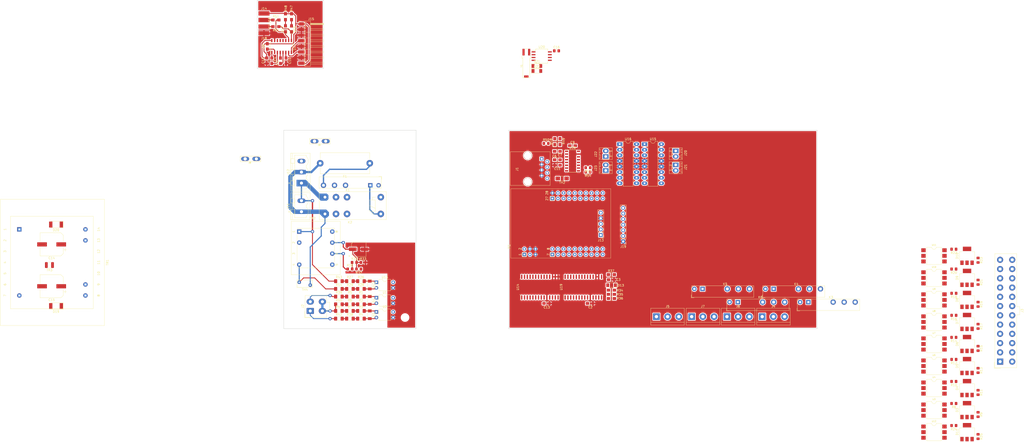
<source format=kicad_pcb>
(kicad_pcb (version 20171130) (host pcbnew "(5.0.2)-1")
  (layers (0 F.Cu signal) (31 B.Cu signal) (34 B.Paste user hide) (35 F.Paste user hide) (36 B.SilkS user hide) (37 F.SilkS user) (38 B.Mask user hide) (39 F.Mask user) (44 Edge.Cuts user))
  (net 0 "")
  (net 1 /COM)
  (net 2 /5VDC)
  (net 3 /~MCPRST)
  (net 4 "Net-(C4-Pad1)")
  (net 5 "Net-(C4-Pad2)")
  (net 6 "Net-(C5-Pad2)")
  (net 7 "Net-(C5-Pad1)")
  (net 8 "Net-(C6-Pad2)")
  (net 9 "Net-(C6-Pad1)")
  (net 10 "Net-(C7-Pad1)")
  (net 11 "Net-(C7-Pad2)")
  (net 12 "Net-(C8-Pad1)")
  (net 13 "Net-(C9-Pad2)")
  (net 14 "Net-(C10-Pad1)")
  (net 15 "Net-(C11-Pad2)")
  (net 16 "Net-(D16-Pad1)")
  (net 17 "Net-(D16-Pad2)")
  (net 18 "Net-(D17-Pad2)")
  (net 19 "Net-(D17-Pad1)")
  (net 20 /PE)
  (net 21 "/RS232 interfeisas/NEX_TX")
  (net 22 "/RS232 interfeisas/NEX_RX")
  (net 23 /12VDC)
  (net 24 /OUTAC9)
  (net 25 "/RS232 interfeisas/TXN")
  (net 26 "/RS232 interfeisas/RXN")
  (net 27 "Net-(U10-Pad1)")
  (net 28 "Net-(D18-Pad2)")
  (net 29 "/RS232 interfeisas/RSCNTRL")
  (net 30 /SCL)
  (net 31 /SDA)
  (net 32 "Net-(R37-Pad2)")
  (net 33 "/RS232 interfeisas/RS5VDC")
  (net 34 /OUTAC1)
  (net 35 /OUTAC2)
  (net 36 /OUTAC3)
  (net 37 /OUTAC4)
  (net 38 /OUTAC5)
  (net 39 /OUTAC6)
  (net 40 /OUTAC7)
  (net 41 /OUTAC8)
  (net 42 "/RS232 interfeisas/RSRX")
  (net 43 "/RS232 interfeisas/RSTX")
  (net 44 /ACN)
  (net 45 "Net-(C1-Pad1)")
  (net 46 /UART_TX)
  (net 47 /UART_RX)
  (net 48 /UART_DE)
  (net 49 "Net-(J19-Pad7)")
  (net 50 /EV4)
  (net 51 /EV3)
  (net 52 /EV2)
  (net 53 /EV1)
  (net 54 /K1)
  (net 55 "Net-(K2-Pad12)")
  (net 56 "Net-(K2-Pad22)")
  (net 57 /K2)
  (net 58 /EXT1_14)
  (net 59 /EXT1_11)
  (net 60 /EXT1_12)
  (net 61 /K3)
  (net 62 /EXT3_14)
  (net 63 /EXT3_11)
  (net 64 /EXT3_12)
  (net 65 /K4)
  (net 66 /K5)
  (net 67 /EXT2_12)
  (net 68 /EXT2_11)
  (net 69 /EXT2_14)
  (net 70 /K6)
  (net 71 /EXT4_12)
  (net 72 /EXT4_11)
  (net 73 /EXT4_14)
  (net 74 /OPTIC)
  (net 75 "Net-(M1-Pad13)")
  (net 76 "Net-(M1-Pad14)")
  (net 77 "Net-(M1-Pad16)")
  (net 78 "Net-(M1-Pad24)")
  (net 79 "Net-(M1-Pad23)")
  (net 80 "Net-(M1-Pad26)")
  (net 81 "Net-(M1-Pad25)")
  (net 82 /UART2_DE)
  (net 83 /UART2_RX)
  (net 84 /UART2_TX)
  (net 85 /VLINE)
  (net 86 "Net-(M1-Pad18)")
  (net 87 /BUZZ)
  (net 88 "Net-(M1-Pad12)")
  (net 89 "Net-(M1-Pad7)")
  (net 90 "Net-(M1-Pad8)")
  (net 91 "Net-(M1-Pad9)")
  (net 92 "Net-(M1-Pad32)")
  (net 93 "Net-(M1-Pad31)")
  (net 94 "Net-(M1-Pad27)")
  (net 95 "Net-(M1-Pad30)")
  (net 96 "Net-(M1-Pad29)")
  (net 97 "Net-(M1-Pad33)")
  (net 98 "Net-(M1-Pad34)")
  (net 99 /PWM1)
  (net 100 /PWM2)
  (net 101 "Net-(M1-Pad42)")
  (net 102 "Net-(M1-Pad43)")
  (net 103 /LPULSE)
  (net 104 "Net-(M1-Pad46)")
  (net 105 "Net-(M1-Pad37)")
  (net 106 "Net-(M1-Pad35)")
  (net 107 "Net-(M1-Pad36)")
  (net 108 /3VDC)
  (net 109 "Net-(R1-Pad1)")
  (net 110 "Net-(U3-Pad2)")
  (net 111 "Net-(U3-Pad5)")
  (net 112 "Net-(U3-Pad3)")
  (net 113 "Net-(R8-Pad2)")
  (net 114 "Net-(R10-Pad2)")
  (net 115 "Net-(U4-Pad3)")
  (net 116 "Net-(U4-Pad5)")
  (net 117 "Net-(U4-Pad2)")
  (net 118 "Net-(U5-Pad2)")
  (net 119 "Net-(U5-Pad5)")
  (net 120 "Net-(U5-Pad3)")
  (net 121 "Net-(R12-Pad2)")
  (net 122 "Net-(R14-Pad2)")
  (net 123 "Net-(U7-Pad3)")
  (net 124 "Net-(U7-Pad5)")
  (net 125 "Net-(U7-Pad2)")
  (net 126 "Net-(U8-Pad2)")
  (net 127 "Net-(U8-Pad5)")
  (net 128 "Net-(U8-Pad3)")
  (net 129 "Net-(R16-Pad2)")
  (net 130 "Net-(R18-Pad2)")
  (net 131 "Net-(U9-Pad3)")
  (net 132 "Net-(U9-Pad5)")
  (net 133 "Net-(U9-Pad2)")
  (net 134 "Net-(U10-Pad2)")
  (net 135 "Net-(U10-Pad5)")
  (net 136 "Net-(U10-Pad3)")
  (net 137 "Net-(R20-Pad2)")
  (net 138 "Net-(U11-Pad2)")
  (net 139 "Net-(U11-Pad5)")
  (net 140 "Net-(U11-Pad3)")
  (net 141 "Net-(R22-Pad2)")
  (net 142 "Net-(R24-Pad2)")
  (net 143 "Net-(U12-Pad3)")
  (net 144 "Net-(U12-Pad5)")
  (net 145 "Net-(U12-Pad2)")
  (net 146 "/MCP23017 extended port/EA15")
  (net 147 "/MCP23017 extended port/EA14")
  (net 148 "/MCP23017 extended port/EA13")
  (net 149 "/MCP23017 extended port/EA12")
  (net 150 "/MCP23017 extended port/EA11")
  (net 151 "/MCP23017 extended port/EA10")
  (net 152 "/MCP23017 extended port/EA9")
  (net 153 "/MCP23017 extended port/EA8")
  (net 154 "/MCP23017 extended port/INTA1")
  (net 155 "/MCP23017 extended port/INTB1")
  (net 156 "Net-(U14-Pad14)")
  (net 157 "Net-(U14-Pad11)")
  (net 158 "/MCP23017 extended port/EA7")
  (net 159 "/MCP23017 extended port/EA6")
  (net 160 "/MCP23017 extended port/EA5")
  (net 161 "/MCP23017 extended port/EA4")
  (net 162 "/MCP23017 extended port/EA3")
  (net 163 "/MCP23017 extended port/EA2")
  (net 164 "/MCP23017 extended port/EA1")
  (net 165 "/MCP23017 extended port/EA0")
  (net 166 "Net-(U17-Pad11)")
  (net 167 "Net-(U17-Pad12)")
  (net 168 "Net-(U17-Pad13)")
  (net 169 "Net-(U17-Pad14)")
  (net 170 "Net-(U18-Pad14)")
  (net 171 "Net-(U18-Pad13)")
  (net 172 "Net-(U18-Pad12)")
  (net 173 "Net-(U18-Pad11)")
  (net 174 "Net-(R52-Pad2)")
  (net 175 "Net-(R54-Pad2)")
  (net 176 "/MCP23017 extended port/EB15")
  (net 177 "/MCP23017 extended port/EB14")
  (net 178 "/MCP23017 extended port/EB13")
  (net 179 "/MCP23017 extended port/EB12")
  (net 180 "/MCP23017 extended port/EB11")
  (net 181 "/MCP23017 extended port/EB10")
  (net 182 "/MCP23017 extended port/EB9")
  (net 183 "/MCP23017 extended port/EB8")
  (net 184 "/MCP23017 extended port/INTA2")
  (net 185 "/MCP23017 extended port/INTB2")
  (net 186 "Net-(U19-Pad14)")
  (net 187 "Net-(U19-Pad11)")
  (net 188 "/MCP23017 extended port/EB7")
  (net 189 "/MCP23017 extended port/EB6")
  (net 190 "/MCP23017 extended port/EB5")
  (net 191 "/MCP23017 extended port/EB4")
  (net 192 "/MCP23017 extended port/EB3")
  (net 193 "/MCP23017 extended port/EB2")
  (net 194 "/MCP23017 extended port/EB1")
  (net 195 "/MCP23017 extended port/EB0")
  (net 196 /DIRB)
  (net 197 /DIRA)
  (net 198 /VL2)
  (net 199 /VL1)
  (net 200 /VL4)
  (net 201 /VL3)
  (net 202 "Net-(R30-Pad1)")
  (net 203 "Net-(R27-Pad1)")
  (net 204 "Net-(J21-Pad2)")
  (net 205 "Net-(J20-Pad2)")
  (net 206 "Net-(J21-Pad1)")
  (net 207 "Net-(J20-Pad1)")
  (net 208 "Net-(J23-Pad2)")
  (net 209 "Net-(J22-Pad2)")
  (net 210 "Net-(J23-Pad1)")
  (net 211 "Net-(J22-Pad1)")
  (net 212 /ACL)
  (net 213 "Net-(D2-Pad2)")
  (net 214 "Net-(D2-Pad1)")
  (net 215 "Net-(D3-Pad3)")
  (net 216 "Net-(D4-Pad3)")
  (net 217 "Net-(D5-Pad3)")
  (net 218 "Net-(D6-Pad3)")
  (net 219 "Net-(D7-Pad3)")
  (net 220 "Net-(D8-Pad3)")
  (net 221 "Net-(D9-Pad3)")
  (net 222 "Net-(D10-Pad3)")
  (net 223 "Net-(D11-Pad3)")
  (net 224 "Net-(D12-Pad1)")
  (net 225 "Net-(D12-Pad2)")
  (net 226 "Net-(R26-Pad1)")
  (net 227 "Net-(R28-Pad1)")
  (net 228 /RCCTRL)
  (net 229 "Net-(D19-Pad2)")
  (net 230 "Net-(D20-Pad2)")
  (net 231 "Net-(F1-Pad2)")
  (net 232 "Net-(TH3-Pad2)")
  (net 233 "Net-(D1-Pad1)")
  (net 234 "Net-(D1-Pad2)")
  (net 235 "Net-(R2-Pad1)")
  (net 236 "Net-(R3-Pad1)")
  (net 237 "Net-(R38-Pad2)")
  (net 238 /LIGHTWC)
  (net 239 /LIGHTBASH)
  (net 240 "Net-(R39-Pad2)")
  (net 241 "Net-(R40-Pad2)")
  (net 242 "Net-(R41-Pad2)")
  (net 243 "Net-(R38-Pad1)")
  (net 244 "Net-(F1-Pad1)")
  (net 245 "/RS232 interfeisas/NEX_5VDC")
  (net 246 "/RS232 interfeisas/NEX_COM")
  (net 247 "Net-(J3-Pad15)")
  (net 248 "Net-(J3-Pad10)")
  (net 249 "Net-(K1-Pad12)")
  (net 250 "Net-(R29-Pad1)")
  (net 251 "Net-(R44-Pad1)")
  (net 252 "Net-(J2-Pad1)")
  (net 253 "Net-(J2-Pad2)")
  (net 254 "Net-(J2-Pad3)")
  (net 255 "Net-(J10-Pad1)")
  (net 256 "Net-(J10-Pad2)")
  (net 257 "Net-(BT1-Pad1)")
  (net 258 "Net-(J3-Pad14)")
  (net 259 "Net-(J3-Pad13)")
  (net 260 "Net-(J3-Pad12)")
  (net 261 "Net-(J3-Pad11)")
  (net 262 "Net-(C16-Pad1)")
  (net 263 "Net-(C16-Pad2)")
  (net 264 "Net-(U20-Pad2)")
  (net 265 /~RTCINT)
  (module digikey-footprints:SOIC-28_W7.5mm (layer F.Cu) (at 144.2 92.2 90)
    (fp_text reference U14 (at 0 -10.04 90) (layer F.SilkS))
    (fp_text value MCP23017)
    (pad 28 smd rect (at 4.7 -8.255 90) (size 2 0.6) (layers F.Cu F.Paste F.Mask) (net 146 "/MCP23017 extended port/EA15"))
    (pad 27 smd rect (at 4.7 -6.985 90) (size 2 0.6) (layers F.Cu F.Paste F.Mask) (net 147 "/MCP23017 extended port/EA14"))
    (pad 26 smd rect (at 4.7 -5.715 90) (size 2 0.6) (layers F.Cu F.Paste F.Mask) (net 148 "/MCP23017 extended port/EA13"))
    (pad 25 smd rect (at 4.7 -4.445 90) (size 2 0.6) (layers F.Cu F.Paste F.Mask) (net 149 "/MCP23017 extended port/EA12"))
    (pad 24 smd rect (at 4.7 -3.175 90) (size 2 0.6) (layers F.Cu F.Paste F.Mask) (net 150 "/MCP23017 extended port/EA11"))
    (pad 23 smd rect (at 4.7 -1.905 90) (size 2 0.6) (layers F.Cu F.Paste F.Mask) (net 151 "/MCP23017 extended port/EA10"))
    (pad 22 smd rect (at 4.7 -0.635 90) (size 2 0.6) (layers F.Cu F.Paste F.Mask) (net 152 "/MCP23017 extended port/EA9"))
    (pad 21 smd rect (at 4.7 0.635 90) (size 2 0.6) (layers F.Cu F.Paste F.Mask) (net 153 "/MCP23017 extended port/EA8"))
    (pad 20 smd rect (at 4.7 1.905 90) (size 2 0.6) (layers F.Cu F.Paste F.Mask) (net 154 "/MCP23017 extended port/INTA1"))
    (pad 19 smd rect (at 4.7 3.175 90) (size 2 0.6) (layers F.Cu F.Paste F.Mask) (net 155 "/MCP23017 extended port/INTB1"))
    (pad 18 smd rect (at 4.7 4.445 90) (size 2 0.6) (layers F.Cu F.Paste F.Mask) (net 3 /~MCPRST))
    (pad 17 smd rect (at 4.7 5.715 90) (size 2 0.6) (layers F.Cu F.Paste F.Mask) (net 1 /COM))
    (pad 16 smd rect (at 4.7 6.985 90) (size 2 0.6) (layers F.Cu F.Paste F.Mask) (net 1 /COM))
    (pad 15 smd rect (at 4.7 8.255 90) (size 2 0.6) (layers F.Cu F.Paste F.Mask) (net 1 /COM))
    (pad 14 smd rect (at -4.7 8.255 90) (size 2 0.6) (layers F.Cu F.Paste F.Mask) (net 156 "Net-(U14-Pad14)"))
    (pad 13 smd rect (at -4.7 6.985 90) (size 2 0.6) (layers F.Cu F.Paste F.Mask) (net 31 /SDA))
    (pad 12 smd rect (at -4.7 5.715 90) (size 2 0.6) (layers F.Cu F.Paste F.Mask) (net 30 /SCL))
    (pad 11 smd rect (at -4.7 4.445 90) (size 2 0.6) (layers F.Cu F.Paste F.Mask) (net 157 "Net-(U14-Pad11)"))
    (pad 10 smd rect (at -4.7 3.175 90) (size 2 0.6) (layers F.Cu F.Paste F.Mask) (net 1 /COM))
    (pad 9 smd rect (at -4.7 1.905 90) (size 2 0.6) (layers F.Cu F.Paste F.Mask) (net 2 /5VDC))
    (pad 8 smd rect (at -4.7 0.635 90) (size 2 0.6) (layers F.Cu F.Paste F.Mask) (net 158 "/MCP23017 extended port/EA7"))
    (pad 7 smd rect (at -4.7 -0.635 90) (size 2 0.6) (layers F.Cu F.Paste F.Mask) (net 159 "/MCP23017 extended port/EA6"))
    (pad 6 smd rect (at -4.7 -1.905 90) (size 2 0.6) (layers F.Cu F.Paste F.Mask) (net 160 "/MCP23017 extended port/EA5"))
    (pad 5 smd rect (at -4.7 -3.175 90) (size 2 0.6) (layers F.Cu F.Paste F.Mask) (net 161 "/MCP23017 extended port/EA4"))
    (pad 4 smd rect (at -4.7 -4.445 90) (size 2 0.6) (layers F.Cu F.Paste F.Mask) (net 162 "/MCP23017 extended port/EA3"))
    (pad 3 smd rect (at -4.7 -5.715 90) (size 2 0.6) (layers F.Cu F.Paste F.Mask) (net 163 "/MCP23017 extended port/EA2"))
    (pad 2 smd rect (at -4.7 -6.985 90) (size 2 0.6) (layers F.Cu F.Paste F.Mask) (net 164 "/MCP23017 extended port/EA1"))
    (pad 1 smd rect (at -4.7 -8.255 90) (size 2 0.6) (layers F.Cu F.Paste F.Mask) (net 165 "/MCP23017 extended port/EA0"))
  )
  (module digikey-footprints:SOIC-28_W7.5mm (layer F.Cu) (at 163.9 92.2 90)
    (fp_text reference U19 (at 0 -10.04 90) (layer F.SilkS))
    (fp_text value MCP23017)
    (pad 28 smd rect (at 4.7 -8.255 90) (size 2 0.6) (layers F.Cu F.Paste F.Mask) (net 176 "/MCP23017 extended port/EB15"))
    (pad 27 smd rect (at 4.7 -6.985 90) (size 2 0.6) (layers F.Cu F.Paste F.Mask) (net 177 "/MCP23017 extended port/EB14"))
    (pad 26 smd rect (at 4.7 -5.715 90) (size 2 0.6) (layers F.Cu F.Paste F.Mask) (net 178 "/MCP23017 extended port/EB13"))
    (pad 25 smd rect (at 4.7 -4.445 90) (size 2 0.6) (layers F.Cu F.Paste F.Mask) (net 179 "/MCP23017 extended port/EB12"))
    (pad 24 smd rect (at 4.7 -3.175 90) (size 2 0.6) (layers F.Cu F.Paste F.Mask) (net 180 "/MCP23017 extended port/EB11"))
    (pad 23 smd rect (at 4.7 -1.905 90) (size 2 0.6) (layers F.Cu F.Paste F.Mask) (net 181 "/MCP23017 extended port/EB10"))
    (pad 22 smd rect (at 4.7 -0.635 90) (size 2 0.6) (layers F.Cu F.Paste F.Mask) (net 182 "/MCP23017 extended port/EB9"))
    (pad 21 smd rect (at 4.7 0.635 90) (size 2 0.6) (layers F.Cu F.Paste F.Mask) (net 183 "/MCP23017 extended port/EB8"))
    (pad 20 smd rect (at 4.7 1.905 90) (size 2 0.6) (layers F.Cu F.Paste F.Mask) (net 184 "/MCP23017 extended port/INTA2"))
    (pad 19 smd rect (at 4.7 3.175 90) (size 2 0.6) (layers F.Cu F.Paste F.Mask) (net 185 "/MCP23017 extended port/INTB2"))
    (pad 18 smd rect (at 4.7 4.445 90) (size 2 0.6) (layers F.Cu F.Paste F.Mask) (net 3 /~MCPRST))
    (pad 17 smd rect (at 4.7 5.715 90) (size 2 0.6) (layers F.Cu F.Paste F.Mask) (net 1 /COM))
    (pad 16 smd rect (at 4.7 6.985 90) (size 2 0.6) (layers F.Cu F.Paste F.Mask) (net 1 /COM))
    (pad 15 smd rect (at 4.7 8.255 90) (size 2 0.6) (layers F.Cu F.Paste F.Mask) (net 32 "Net-(R37-Pad2)"))
    (pad 14 smd rect (at -4.7 8.255 90) (size 2 0.6) (layers F.Cu F.Paste F.Mask) (net 186 "Net-(U19-Pad14)"))
    (pad 13 smd rect (at -4.7 6.985 90) (size 2 0.6) (layers F.Cu F.Paste F.Mask) (net 31 /SDA))
    (pad 12 smd rect (at -4.7 5.715 90) (size 2 0.6) (layers F.Cu F.Paste F.Mask) (net 30 /SCL))
    (pad 11 smd rect (at -4.7 4.445 90) (size 2 0.6) (layers F.Cu F.Paste F.Mask) (net 187 "Net-(U19-Pad11)"))
    (pad 10 smd rect (at -4.7 3.175 90) (size 2 0.6) (layers F.Cu F.Paste F.Mask) (net 1 /COM))
    (pad 9 smd rect (at -4.7 1.905 90) (size 2 0.6) (layers F.Cu F.Paste F.Mask) (net 2 /5VDC))
    (pad 8 smd rect (at -4.7 0.635 90) (size 2 0.6) (layers F.Cu F.Paste F.Mask) (net 188 "/MCP23017 extended port/EB7"))
    (pad 7 smd rect (at -4.7 -0.635 90) (size 2 0.6) (layers F.Cu F.Paste F.Mask) (net 189 "/MCP23017 extended port/EB6"))
    (pad 6 smd rect (at -4.7 -1.905 90) (size 2 0.6) (layers F.Cu F.Paste F.Mask) (net 190 "/MCP23017 extended port/EB5"))
    (pad 5 smd rect (at -4.7 -3.175 90) (size 2 0.6) (layers F.Cu F.Paste F.Mask) (net 191 "/MCP23017 extended port/EB4"))
    (pad 4 smd rect (at -4.7 -4.445 90) (size 2 0.6) (layers F.Cu F.Paste F.Mask) (net 192 "/MCP23017 extended port/EB3"))
    (pad 3 smd rect (at -4.7 -5.715 90) (size 2 0.6) (layers F.Cu F.Paste F.Mask) (net 193 "/MCP23017 extended port/EB2"))
    (pad 2 smd rect (at -4.7 -6.985 90) (size 2 0.6) (layers F.Cu F.Paste F.Mask) (net 194 "/MCP23017 extended port/EB1"))
    (pad 1 smd rect (at -4.7 -8.255 90) (size 2 0.6) (layers F.Cu F.Paste F.Mask) (net 195 "/MCP23017 extended port/EB0"))
  )
  (module Capacitors_SMD:C_0805_HandSoldering (layer F.Cu) (at 167 99.6)
    (fp_text reference C2 (at 0.1 1.7) (layer F.SilkS))
    (fp_text value 0.1)
    (pad 1 smd rect (at -1.25 0) (size 1.5 1.25) (layers F.Cu F.Paste F.Mask) (net 2 /5VDC))
    (pad 2 smd rect (at 1.25 0) (size 1.5 1.25) (layers F.Cu F.Paste F.Mask) (net 1 /COM))
  )
  (module Capacitors_SMD:C_0805_HandSoldering (layer F.Cu) (at 176.6 88.8)
    (fp_text reference C3 (at 3.2 0) (layer F.SilkS))
    (fp_text value 0.1)
    (pad 1 smd rect (at -1.25 0) (size 1.5 1.25) (layers F.Cu F.Paste F.Mask) (net 3 /~MCPRST))
    (pad 2 smd rect (at 1.25 0) (size 1.5 1.25) (layers F.Cu F.Paste F.Mask) (net 1 /COM))
  )
  (module Capacitors_SMD:CP_Elec_6.3x5.7 (layer F.Cu) (at 62 75)
    (fp_text reference C1 (at 0 4.56) (layer F.SilkS))
    (fp_text value 100uFx16V)
    (fp_text user + (at -4.28 3.01) (layer F.SilkS))
    (pad 2 smd rect (at 2.7 0 180) (size 3.5 1.6) (layers F.Cu F.Paste F.Mask) (net 1 /COM))
    (pad 1 smd rect (at -2.7 0 180) (size 3.5 1.6) (layers F.Cu F.Paste F.Mask) (net 45 "Net-(C1-Pad1)"))
  )
  (module Capacitors_SMD:C_0805_HandSoldering (layer F.Cu) (at 22.5 -10.5 270)
    (fp_text reference C4 (at -0.8 -1.6 270) (layer F.SilkS))
    (fp_text value 1u)
    (pad 1 smd rect (at -1.25 0 270) (size 1.5 1.25) (layers F.Cu F.Paste F.Mask) (net 4 "Net-(C4-Pad1)"))
    (pad 2 smd rect (at 1.25 0 270) (size 1.5 1.25) (layers F.Cu F.Paste F.Mask) (net 5 "Net-(C4-Pad2)"))
  )
  (module Capacitors_SMD:C_0805_HandSoldering (layer F.Cu) (at 26.5 -10.5 270)
    (fp_text reference C5 (at 1.1 1.5 90) (layer F.SilkS))
    (fp_text value 1u)
    (pad 2 smd rect (at 1.25 0 270) (size 1.5 1.25) (layers F.Cu F.Paste F.Mask) (net 6 "Net-(C5-Pad2)"))
    (pad 1 smd rect (at -1.25 0 270) (size 1.5 1.25) (layers F.Cu F.Paste F.Mask) (net 7 "Net-(C5-Pad1)"))
  )
  (module Capacitors_SMD:C_0805_HandSoldering (layer F.Cu) (at 152.1 34.4 180)
    (fp_text reference C6 (at 1.3 1.6 180) (layer F.SilkS))
    (fp_text value 1u)
    (pad 2 smd rect (at 1.25 0 180) (size 1.5 1.25) (layers F.Cu F.Paste F.Mask) (net 8 "Net-(C6-Pad2)"))
    (pad 1 smd rect (at -1.25 0 180) (size 1.5 1.25) (layers F.Cu F.Paste F.Mask) (net 9 "Net-(C6-Pad1)"))
  )
  (module Capacitors_SMD:C_0805_HandSoldering (layer F.Cu) (at 152.1 30.6 180)
    (fp_text reference C7 (at -1.2 -1.7 180) (layer F.SilkS))
    (fp_text value 1u)
    (pad 1 smd rect (at -1.25 0 180) (size 1.5 1.25) (layers F.Cu F.Paste F.Mask) (net 10 "Net-(C7-Pad1)"))
    (pad 2 smd rect (at 1.25 0 180) (size 1.5 1.25) (layers F.Cu F.Paste F.Mask) (net 11 "Net-(C7-Pad2)"))
  )
  (module Capacitors_SMD:C_0805_HandSoldering (layer F.Cu) (at 20.5 -17 90)
    (fp_text reference C8 (at 0 -1.75 90) (layer F.SilkS))
    (fp_text value 1u)
    (pad 2 smd rect (at 1.25 0 90) (size 1.5 1.25) (layers F.Cu F.Paste F.Mask) (net 245 "/RS232 interfeisas/NEX_5VDC"))
    (pad 1 smd rect (at -1.25 0 90) (size 1.5 1.25) (layers F.Cu F.Paste F.Mask) (net 12 "Net-(C8-Pad1)"))
  )
  (module Capacitors_SMD:C_0805_HandSoldering (layer F.Cu) (at 159 28 180)
    (fp_text reference C9 (at 0 1.5 180) (layer F.SilkS))
    (fp_text value 1u)
    (pad 2 smd rect (at 1.25 0 180) (size 1.5 1.25) (layers F.Cu F.Paste F.Mask) (net 13 "Net-(C9-Pad2)"))
    (pad 1 smd rect (at -1.25 0 180) (size 1.5 1.25) (layers F.Cu F.Paste F.Mask) (net 2 /5VDC))
  )
  (module Capacitors_SMD:C_0805_HandSoldering (layer F.Cu) (at 29 -10.5 270)
    (fp_text reference C10 (at 0 -1.75 270) (layer F.SilkS))
    (fp_text value 1u)
    (pad 1 smd rect (at -1.25 0 270) (size 1.5 1.25) (layers F.Cu F.Paste F.Mask) (net 14 "Net-(C10-Pad1)"))
    (pad 2 smd rect (at 1.25 0 270) (size 1.5 1.25) (layers F.Cu F.Paste F.Mask) (net 246 "/RS232 interfeisas/NEX_COM"))
  )
  (module Capacitors_SMD:C_0805_HandSoldering (layer F.Cu) (at 152.1 36.9)
    (fp_text reference C11 (at 0 1.6) (layer F.SilkS))
    (fp_text value 1u)
    (pad 1 smd rect (at -1.25 0) (size 1.5 1.25) (layers F.Cu F.Paste F.Mask) (net 1 /COM))
    (pad 2 smd rect (at 1.25 0) (size 1.5 1.25) (layers F.Cu F.Paste F.Mask) (net 15 "Net-(C11-Pad2)"))
  )
  (module LEDs:LED_0805_HandSoldering (layer F.Cu) (at 31.5 -25 90)
    (fp_text reference D16 (at -0.2 1.6 90) (layer F.SilkS))
    (fp_text value RX)
    (pad 1 smd rect (at -1.35 0 90) (size 1.5 1.3) (layers F.Cu F.Paste F.Mask) (net 16 "Net-(D16-Pad1)"))
    (pad 2 smd rect (at 1.35 0 90) (size 1.5 1.3) (layers F.Cu F.Paste F.Mask) (net 17 "Net-(D16-Pad2)"))
  )
  (module LEDs:LED_0805_HandSoldering (layer F.Cu) (at 28.75 -25 90)
    (fp_text reference D17 (at -0.1 -1.45 90) (layer F.SilkS))
    (fp_text value TX)
    (pad 2 smd rect (at 1.35 0 90) (size 1.5 1.3) (layers F.Cu F.Paste F.Mask) (net 18 "Net-(D17-Pad2)"))
    (pad 1 smd rect (at -1.35 0 90) (size 1.5 1.3) (layers F.Cu F.Paste F.Mask) (net 19 "Net-(D17-Pad1)"))
  )
  (module LEDs:LED_0805_HandSoldering (layer F.Cu) (at 150.9 26.2 90)
    (fp_text reference D18 (at 0 -1.7 90) (layer F.SilkS))
    (fp_text value RC)
    (pad 2 smd rect (at 1.35 0 90) (size 1.5 1.3) (layers F.Cu F.Paste F.Mask) (net 28 "Net-(D18-Pad2)"))
    (pad 1 smd rect (at -1.35 0 90) (size 1.5 1.3) (layers F.Cu F.Paste F.Mask) (net 29 "/RS232 interfeisas/RSCNTRL"))
  )
  (module Wire_Pads:SolderWirePad_single_SMD_5x10mm (layer F.Cu) (at 19 -32 90)
    (fp_text reference J14 (at 2.2 0 180) (layer F.SilkS))
    (fp_text value Conn_01x01)
    (pad 1 smd rect (at 0 0 90) (size 2 5) (layers F.Cu F.Paste F.Mask) (net 245 "/RS232 interfeisas/NEX_5VDC"))
  )
  (module Wire_Pads:SolderWirePad_single_SMD_5x10mm (layer F.Cu) (at 19 -29 90)
    (fp_text reference J16 (at -0.1 2.5 90) (layer F.SilkS))
    (fp_text value Conn_01x01)
    (pad 1 smd rect (at 0 0 90) (size 2 5) (layers F.Cu F.Paste F.Mask) (net 21 "/RS232 interfeisas/NEX_TX"))
  )
  (module Wire_Pads:SolderWirePad_single_SMD_5x10mm (layer F.Cu) (at 19 -26 90)
    (fp_text reference J17 (at -0.1 2.6 90) (layer F.SilkS))
    (fp_text value Conn_01x01)
    (pad 1 smd rect (at 0 0 90) (size 2 5) (layers F.Cu F.Paste F.Mask) (net 22 "/RS232 interfeisas/NEX_RX"))
  )
  (module Wire_Pads:SolderWirePad_single_SMD_5x10mm (layer F.Cu) (at 19 -23 90)
    (fp_text reference J18 (at -2.3 0 180) (layer F.SilkS))
    (fp_text value Conn_01x01)
    (pad 1 smd rect (at 0 0 90) (size 2 5) (layers F.Cu F.Paste F.Mask) (net 246 "/RS232 interfeisas/NEX_COM"))
  )
  (module Resistors_SMD:R_1206_HandSoldering (layer F.Cu) (at 154.3 42.9 180)
    (fp_text reference TH2 (at 0 -1.85 180) (layer F.SilkS))
    (fp_text value 1210L005WR)
    (pad 2 smd rect (at 2 0 180) (size 2 1.7) (layers F.Cu F.Paste F.Mask) (net 33 "/RS232 interfeisas/RS5VDC"))
    (pad 1 smd rect (at -2 0 180) (size 2 1.7) (layers F.Cu F.Paste F.Mask) (net 2 /5VDC))
  )
  (module disc:DIP-6_W9.53mm_SMD (layer F.Cu) (at 323 148)
    (fp_text reference U3 (at 0 -4.93) (layer F.SilkS) (effects (font (size 0.7 0.7))))
    (fp_text value MOC3060S)
    (pad 1 smd rect (at -4.765 -2.54) (size 2 1.78) (layers F.Cu F.Paste F.Mask) (net 27 "Net-(U10-Pad1)"))
    (pad 4 smd rect (at 4.765 2.54) (size 2 1.78) (layers F.Cu F.Paste F.Mask) (net 34 /OUTAC1))
    (pad 2 smd rect (at -4.765 0) (size 2 1.78) (layers F.Cu F.Paste F.Mask) (net 110 "Net-(U3-Pad2)"))
    (pad 5 smd rect (at 4.765 0) (size 2 1.78) (layers F.Cu F.Paste F.Mask) (net 111 "Net-(U3-Pad5)"))
    (pad 3 smd rect (at -4.765 2.54) (size 2 1.78) (layers F.Cu F.Paste F.Mask) (net 112 "Net-(U3-Pad3)"))
    (pad 6 smd rect (at 4.765 -2.54) (size 2 1.78) (layers F.Cu F.Paste F.Mask) (net 113 "Net-(R8-Pad2)"))
  )
  (module disc:DIP-6_W9.53mm_SMD (layer F.Cu) (at 323 138)
    (fp_text reference U4 (at 0 -4.93) (layer F.SilkS) (effects (font (size 0.7 0.7))))
    (fp_text value MOC3060S)
    (pad 6 smd rect (at 4.765 -2.54) (size 2 1.78) (layers F.Cu F.Paste F.Mask) (net 114 "Net-(R10-Pad2)"))
    (pad 3 smd rect (at -4.765 2.54) (size 2 1.78) (layers F.Cu F.Paste F.Mask) (net 115 "Net-(U4-Pad3)"))
    (pad 5 smd rect (at 4.765 0) (size 2 1.78) (layers F.Cu F.Paste F.Mask) (net 116 "Net-(U4-Pad5)"))
    (pad 2 smd rect (at -4.765 0) (size 2 1.78) (layers F.Cu F.Paste F.Mask) (net 117 "Net-(U4-Pad2)"))
    (pad 4 smd rect (at 4.765 2.54) (size 2 1.78) (layers F.Cu F.Paste F.Mask) (net 35 /OUTAC2))
    (pad 1 smd rect (at -4.765 -2.54) (size 2 1.78) (layers F.Cu F.Paste F.Mask) (net 27 "Net-(U10-Pad1)"))
  )
  (module disc:DIP-6_W9.53mm_SMD (layer F.Cu) (at 323 128)
    (fp_text reference U5 (at 0 -4.93) (layer F.SilkS) (effects (font (size 0.7 0.7))))
    (fp_text value MOC3060S)
    (pad 1 smd rect (at -4.765 -2.54) (size 2 1.78) (layers F.Cu F.Paste F.Mask) (net 27 "Net-(U10-Pad1)"))
    (pad 4 smd rect (at 4.765 2.54) (size 2 1.78) (layers F.Cu F.Paste F.Mask) (net 36 /OUTAC3))
    (pad 2 smd rect (at -4.765 0) (size 2 1.78) (layers F.Cu F.Paste F.Mask) (net 118 "Net-(U5-Pad2)"))
    (pad 5 smd rect (at 4.765 0) (size 2 1.78) (layers F.Cu F.Paste F.Mask) (net 119 "Net-(U5-Pad5)"))
    (pad 3 smd rect (at -4.765 2.54) (size 2 1.78) (layers F.Cu F.Paste F.Mask) (net 120 "Net-(U5-Pad3)"))
    (pad 6 smd rect (at 4.765 -2.54) (size 2 1.78) (layers F.Cu F.Paste F.Mask) (net 121 "Net-(R12-Pad2)"))
  )
  (module disc:DIP-6_W9.53mm_SMD (layer F.Cu) (at 323 118)
    (fp_text reference U7 (at 0 -4.93) (layer F.SilkS) (effects (font (size 0.7 0.7))))
    (fp_text value MOC3060S)
    (pad 6 smd rect (at 4.765 -2.54) (size 2 1.78) (layers F.Cu F.Paste F.Mask) (net 122 "Net-(R14-Pad2)"))
    (pad 3 smd rect (at -4.765 2.54) (size 2 1.78) (layers F.Cu F.Paste F.Mask) (net 123 "Net-(U7-Pad3)"))
    (pad 5 smd rect (at 4.765 0) (size 2 1.78) (layers F.Cu F.Paste F.Mask) (net 124 "Net-(U7-Pad5)"))
    (pad 2 smd rect (at -4.765 0) (size 2 1.78) (layers F.Cu F.Paste F.Mask) (net 125 "Net-(U7-Pad2)"))
    (pad 4 smd rect (at 4.765 2.54) (size 2 1.78) (layers F.Cu F.Paste F.Mask) (net 37 /OUTAC4))
    (pad 1 smd rect (at -4.765 -2.54) (size 2 1.78) (layers F.Cu F.Paste F.Mask) (net 27 "Net-(U10-Pad1)"))
  )
  (module disc:DIP-6_W9.53mm_SMD (layer F.Cu) (at 323 108)
    (fp_text reference U8 (at 0 -4.93) (layer F.SilkS) (effects (font (size 0.7 0.7))))
    (fp_text value MOC3060S)
    (pad 1 smd rect (at -4.765 -2.54) (size 2 1.78) (layers F.Cu F.Paste F.Mask) (net 27 "Net-(U10-Pad1)"))
    (pad 4 smd rect (at 4.765 2.54) (size 2 1.78) (layers F.Cu F.Paste F.Mask) (net 38 /OUTAC5))
    (pad 2 smd rect (at -4.765 0) (size 2 1.78) (layers F.Cu F.Paste F.Mask) (net 126 "Net-(U8-Pad2)"))
    (pad 5 smd rect (at 4.765 0) (size 2 1.78) (layers F.Cu F.Paste F.Mask) (net 127 "Net-(U8-Pad5)"))
    (pad 3 smd rect (at -4.765 2.54) (size 2 1.78) (layers F.Cu F.Paste F.Mask) (net 128 "Net-(U8-Pad3)"))
    (pad 6 smd rect (at 4.765 -2.54) (size 2 1.78) (layers F.Cu F.Paste F.Mask) (net 129 "Net-(R16-Pad2)"))
  )
  (module disc:DIP-6_W9.53mm_SMD (layer F.Cu) (at 323 98)
    (fp_text reference U9 (at 0 -4.93) (layer F.SilkS) (effects (font (size 0.7 0.7))))
    (fp_text value MOC3060S)
    (pad 6 smd rect (at 4.765 -2.54) (size 2 1.78) (layers F.Cu F.Paste F.Mask) (net 130 "Net-(R18-Pad2)"))
    (pad 3 smd rect (at -4.765 2.54) (size 2 1.78) (layers F.Cu F.Paste F.Mask) (net 131 "Net-(U9-Pad3)"))
    (pad 5 smd rect (at 4.765 0) (size 2 1.78) (layers F.Cu F.Paste F.Mask) (net 132 "Net-(U9-Pad5)"))
    (pad 2 smd rect (at -4.765 0) (size 2 1.78) (layers F.Cu F.Paste F.Mask) (net 133 "Net-(U9-Pad2)"))
    (pad 4 smd rect (at 4.765 2.54) (size 2 1.78) (layers F.Cu F.Paste F.Mask) (net 39 /OUTAC6))
    (pad 1 smd rect (at -4.765 -2.54) (size 2 1.78) (layers F.Cu F.Paste F.Mask) (net 27 "Net-(U10-Pad1)"))
  )
  (module disc:DIP-6_W9.53mm_SMD (layer F.Cu) (at 323 88)
    (fp_text reference U10 (at 0 -4.93) (layer F.SilkS) (effects (font (size 0.7 0.7))))
    (fp_text value MOC3060S)
    (pad 1 smd rect (at -4.765 -2.54) (size 2 1.78) (layers F.Cu F.Paste F.Mask) (net 27 "Net-(U10-Pad1)"))
    (pad 4 smd rect (at 4.765 2.54) (size 2 1.78) (layers F.Cu F.Paste F.Mask) (net 40 /OUTAC7))
    (pad 2 smd rect (at -4.765 0) (size 2 1.78) (layers F.Cu F.Paste F.Mask) (net 134 "Net-(U10-Pad2)"))
    (pad 5 smd rect (at 4.765 0) (size 2 1.78) (layers F.Cu F.Paste F.Mask) (net 135 "Net-(U10-Pad5)"))
    (pad 3 smd rect (at -4.765 2.54) (size 2 1.78) (layers F.Cu F.Paste F.Mask) (net 136 "Net-(U10-Pad3)"))
    (pad 6 smd rect (at 4.765 -2.54) (size 2 1.78) (layers F.Cu F.Paste F.Mask) (net 137 "Net-(R20-Pad2)"))
  )
  (module disc:DIP-6_W9.53mm_SMD (layer F.Cu) (at 323 78)
    (fp_text reference U11 (at 0 -4.93) (layer F.SilkS) (effects (font (size 0.7 0.7))))
    (fp_text value MOC3060S)
    (pad 1 smd rect (at -4.765 -2.54) (size 2 1.78) (layers F.Cu F.Paste F.Mask) (net 27 "Net-(U10-Pad1)"))
    (pad 4 smd rect (at 4.765 2.54) (size 2 1.78) (layers F.Cu F.Paste F.Mask) (net 41 /OUTAC8))
    (pad 2 smd rect (at -4.765 0) (size 2 1.78) (layers F.Cu F.Paste F.Mask) (net 138 "Net-(U11-Pad2)"))
    (pad 5 smd rect (at 4.765 0) (size 2 1.78) (layers F.Cu F.Paste F.Mask) (net 139 "Net-(U11-Pad5)"))
    (pad 3 smd rect (at -4.765 2.54) (size 2 1.78) (layers F.Cu F.Paste F.Mask) (net 140 "Net-(U11-Pad3)"))
    (pad 6 smd rect (at 4.765 -2.54) (size 2 1.78) (layers F.Cu F.Paste F.Mask) (net 141 "Net-(R22-Pad2)"))
  )
  (module disc:DIP-6_W9.53mm_SMD (layer F.Cu) (at 323 158)
    (fp_text reference U12 (at 0 -4.93) (layer F.SilkS) (effects (font (size 0.7 0.7))))
    (fp_text value MOC3060S)
    (pad 6 smd rect (at 4.765 -2.54) (size 2 1.78) (layers F.Cu F.Paste F.Mask) (net 142 "Net-(R24-Pad2)"))
    (pad 3 smd rect (at -4.765 2.54) (size 2 1.78) (layers F.Cu F.Paste F.Mask) (net 143 "Net-(U12-Pad3)"))
    (pad 5 smd rect (at 4.765 0) (size 2 1.78) (layers F.Cu F.Paste F.Mask) (net 144 "Net-(U12-Pad5)"))
    (pad 2 smd rect (at -4.765 0) (size 2 1.78) (layers F.Cu F.Paste F.Mask) (net 145 "Net-(U12-Pad2)"))
    (pad 4 smd rect (at 4.765 2.54) (size 2 1.78) (layers F.Cu F.Paste F.Mask) (net 24 /OUTAC9))
    (pad 1 smd rect (at -4.765 -2.54) (size 2 1.78) (layers F.Cu F.Paste F.Mask) (net 27 "Net-(U10-Pad1)"))
  )
  (module Housings_SOIC:SOIC-16_3.9x9.9mm_Pitch1.27mm (layer F.Cu) (at 27 -17 90)
    (fp_text reference U17 (at -0.3 5.9 90) (layer F.SilkS))
    (fp_text value St232C)
    (pad 1 smd rect (at -2.7 -4.445 90) (size 1.5 0.6) (layers F.Cu F.Paste F.Mask) (net 4 "Net-(C4-Pad1)"))
    (pad 2 smd rect (at -2.7 -3.175 90) (size 1.5 0.6) (layers F.Cu F.Paste F.Mask) (net 12 "Net-(C8-Pad1)"))
    (pad 3 smd rect (at -2.7 -1.905 90) (size 1.5 0.6) (layers F.Cu F.Paste F.Mask) (net 5 "Net-(C4-Pad2)"))
    (pad 4 smd rect (at -2.7 -0.635 90) (size 1.5 0.6) (layers F.Cu F.Paste F.Mask) (net 7 "Net-(C5-Pad1)"))
    (pad 5 smd rect (at -2.7 0.635 90) (size 1.5 0.6) (layers F.Cu F.Paste F.Mask) (net 6 "Net-(C5-Pad2)"))
    (pad 6 smd rect (at -2.7 1.905 90) (size 1.5 0.6) (layers F.Cu F.Paste F.Mask) (net 14 "Net-(C10-Pad1)"))
    (pad 7 smd rect (at -2.7 3.175 90) (size 1.5 0.6) (layers F.Cu F.Paste F.Mask) (net 25 "/RS232 interfeisas/TXN"))
    (pad 8 smd rect (at -2.7 4.445 90) (size 1.5 0.6) (layers F.Cu F.Paste F.Mask) (net 26 "/RS232 interfeisas/RXN"))
    (pad 9 smd rect (at 2.7 4.445 90) (size 1.5 0.6) (layers F.Cu F.Paste F.Mask) (net 16 "Net-(D16-Pad1)"))
    (pad 10 smd rect (at 2.7 3.175 90) (size 1.5 0.6) (layers F.Cu F.Paste F.Mask) (net 19 "Net-(D17-Pad1)"))
    (pad 11 smd rect (at 2.7 1.905 90) (size 1.5 0.6) (layers F.Cu F.Paste F.Mask) (net 166 "Net-(U17-Pad11)"))
    (pad 12 smd rect (at 2.7 0.635 90) (size 1.5 0.6) (layers F.Cu F.Paste F.Mask) (net 167 "Net-(U17-Pad12)"))
    (pad 13 smd rect (at 2.7 -0.635 90) (size 1.5 0.6) (layers F.Cu F.Paste F.Mask) (net 168 "Net-(U17-Pad13)"))
    (pad 14 smd rect (at 2.7 -1.905 90) (size 1.5 0.6) (layers F.Cu F.Paste F.Mask) (net 169 "Net-(U17-Pad14)"))
    (pad 15 smd rect (at 2.7 -3.175 90) (size 1.5 0.6) (layers F.Cu F.Paste F.Mask) (net 246 "/RS232 interfeisas/NEX_COM"))
    (pad 16 smd rect (at 2.7 -4.445 90) (size 1.5 0.6) (layers F.Cu F.Paste F.Mask) (net 245 "/RS232 interfeisas/NEX_5VDC"))
  )
  (module Housings_SOIC:SOIC-16_3.9x9.9mm_Pitch1.27mm (layer F.Cu) (at 159 35)
    (fp_text reference U18 (at 0 -6) (layer F.SilkS))
    (fp_text value ST232C)
    (pad 16 smd rect (at 2.7 -4.445) (size 1.5 0.6) (layers F.Cu F.Paste F.Mask) (net 2 /5VDC))
    (pad 15 smd rect (at 2.7 -3.175) (size 1.5 0.6) (layers F.Cu F.Paste F.Mask) (net 1 /COM))
    (pad 14 smd rect (at 2.7 -1.905) (size 1.5 0.6) (layers F.Cu F.Paste F.Mask) (net 170 "Net-(U18-Pad14)"))
    (pad 13 smd rect (at 2.7 -0.635) (size 1.5 0.6) (layers F.Cu F.Paste F.Mask) (net 171 "Net-(U18-Pad13)"))
    (pad 12 smd rect (at 2.7 0.635) (size 1.5 0.6) (layers F.Cu F.Paste F.Mask) (net 172 "Net-(U18-Pad12)"))
    (pad 11 smd rect (at 2.7 1.905) (size 1.5 0.6) (layers F.Cu F.Paste F.Mask) (net 173 "Net-(U18-Pad11)"))
    (pad 10 smd rect (at 2.7 3.175) (size 1.5 0.6) (layers F.Cu F.Paste F.Mask) (net 174 "Net-(R52-Pad2)"))
    (pad 9 smd rect (at 2.7 4.445) (size 1.5 0.6) (layers F.Cu F.Paste F.Mask) (net 175 "Net-(R54-Pad2)"))
    (pad 8 smd rect (at -2.7 4.445) (size 1.5 0.6) (layers F.Cu F.Paste F.Mask) (net 42 "/RS232 interfeisas/RSRX"))
    (pad 7 smd rect (at -2.7 3.175) (size 1.5 0.6) (layers F.Cu F.Paste F.Mask) (net 43 "/RS232 interfeisas/RSTX"))
    (pad 6 smd rect (at -2.7 1.905) (size 1.5 0.6) (layers F.Cu F.Paste F.Mask) (net 15 "Net-(C11-Pad2)"))
    (pad 5 smd rect (at -2.7 0.635) (size 1.5 0.6) (layers F.Cu F.Paste F.Mask) (net 8 "Net-(C6-Pad2)"))
    (pad 4 smd rect (at -2.7 -0.635) (size 1.5 0.6) (layers F.Cu F.Paste F.Mask) (net 9 "Net-(C6-Pad1)"))
    (pad 3 smd rect (at -2.7 -1.905) (size 1.5 0.6) (layers F.Cu F.Paste F.Mask) (net 11 "Net-(C7-Pad2)"))
    (pad 2 smd rect (at -2.7 -3.175) (size 1.5 0.6) (layers F.Cu F.Paste F.Mask) (net 13 "Net-(C9-Pad2)"))
    (pad 1 smd rect (at -2.7 -4.445) (size 1.5 0.6) (layers F.Cu F.Paste F.Mask) (net 10 "Net-(C7-Pad1)"))
  )
  (module Resistors_SMD:R_0805_HandSoldering (layer F.Cu) (at 31.5 -30.5 270)
    (fp_text reference R47 (at -3.7 0 270) (layer F.SilkS))
    (fp_text value 1k)
    (pad 2 smd rect (at 1.35 0 270) (size 1.5 1.3) (layers F.Cu F.Paste F.Mask) (net 17 "Net-(D16-Pad2)"))
    (pad 1 smd rect (at -1.35 0 270) (size 1.5 1.3) (layers F.Cu F.Paste F.Mask) (net 245 "/RS232 interfeisas/NEX_5VDC"))
  )
  (module Resistors_SMD:R_0805_HandSoldering (layer F.Cu) (at 28.75 -30.5 270)
    (fp_text reference R48 (at -3.7 -0.15 270) (layer F.SilkS))
    (fp_text value 1k)
    (pad 1 smd rect (at -1.35 0 270) (size 1.5 1.3) (layers F.Cu F.Paste F.Mask) (net 245 "/RS232 interfeisas/NEX_5VDC"))
    (pad 2 smd rect (at 1.35 0 270) (size 1.5 1.3) (layers F.Cu F.Paste F.Mask) (net 18 "Net-(D17-Pad2)"))
  )
  (module Resistors_SMD:R_0805_HandSoldering (layer F.Cu) (at 24.4 -29 180)
    (fp_text reference R51 (at 0 1.6 180) (layer F.SilkS))
    (fp_text value 1k)
    (pad 1 smd rect (at -1.35 0 180) (size 1.5 1.3) (layers F.Cu F.Paste F.Mask) (net 19 "Net-(D17-Pad1)"))
    (pad 2 smd rect (at 1.35 0 180) (size 1.5 1.3) (layers F.Cu F.Paste F.Mask) (net 21 "/RS232 interfeisas/NEX_TX"))
  )
  (module Resistors_SMD:R_0805_HandSoldering (layer F.Cu) (at 24.4 -26 180)
    (fp_text reference R53 (at 0 -1.7 180) (layer F.SilkS))
    (fp_text value 1k)
    (pad 2 smd rect (at 1.35 0 180) (size 1.5 1.3) (layers F.Cu F.Paste F.Mask) (net 22 "/RS232 interfeisas/NEX_RX"))
    (pad 1 smd rect (at -1.35 0 180) (size 1.5 1.3) (layers F.Cu F.Paste F.Mask) (net 16 "Net-(D16-Pad1)"))
  )
  (module Pin_Headers:Pin_Header_Angled_1x08_Pitch2.54mm (layer F.Cu) (at 36 -27.2)
    (fp_text reference J15 (at 4.385 -2.27) (layer F.SilkS))
    (fp_text value Conn_01x08)
    (pad 8 connect rect (at 0 17.78) (size 3 1.6) (layers F.Cu F.Mask) (net 245 "/RS232 interfeisas/NEX_5VDC"))
    (pad 7 connect rect (at 0 15.24) (size 3 1.6) (layers F.Cu F.Mask) (net 246 "/RS232 interfeisas/NEX_COM"))
    (pad 6 connect rect (at 0 12.7) (size 3 1.6) (layers F.Cu F.Mask) (net 25 "/RS232 interfeisas/TXN"))
    (pad 5 connect rect (at 0 10.16) (size 3 1.6) (layers F.Cu F.Mask) (net 246 "/RS232 interfeisas/NEX_COM"))
    (pad 4 connect rect (at 0 7.62) (size 3 1.6) (layers F.Cu F.Mask) (net 26 "/RS232 interfeisas/RXN"))
    (pad 3 connect rect (at 0 5.08) (size 3 1.6) (layers F.Cu F.Mask) (net 246 "/RS232 interfeisas/NEX_COM"))
    (pad 2 connect rect (at 0 2.54) (size 3 1.6) (layers F.Cu F.Mask) (net 246 "/RS232 interfeisas/NEX_COM"))
    (pad 1 connect oval (at 0 0) (size 3 1.6) (layers F.Cu F.Mask) (net 245 "/RS232 interfeisas/NEX_5VDC"))
  )
  (module Capacitors_SMD:C_0805_HandSoldering (layer F.Cu) (at 20.2 -10.5 90)
    (fp_text reference C12 (at 0.1 -1.6 90) (layer F.SilkS))
    (fp_text value 1u)
    (pad 2 smd rect (at 1.25 0 90) (size 1.5 1.25) (layers F.Cu F.Paste F.Mask) (net 245 "/RS232 interfeisas/NEX_5VDC"))
    (pad 1 smd rect (at -1.25 0 90) (size 1.5 1.25) (layers F.Cu F.Paste F.Mask) (net 246 "/RS232 interfeisas/NEX_COM"))
  )
  (module Connectors:RJ45_8 (layer F.Cu) (at 145 34 270)
    (fp_text reference J1 (at 4.7 11.18 270) (layer F.SilkS))
    (fp_text value UART2)
    (pad 8 thru_hole circle (at 8.89 -2.54 270) (size 1.5 1.5) (drill 0.9) (layers *.Cu *.Mask) (net 33 "/RS232 interfeisas/RS5VDC"))
    (pad 7 thru_hole circle (at 7.62 0 270) (size 1.5 1.5) (drill 0.9) (layers *.Cu *.Mask) (net 1 /COM))
    (pad 6 thru_hole circle (at 6.35 -2.54 270) (size 1.5 1.5) (drill 0.9) (layers *.Cu *.Mask) (net 42 "/RS232 interfeisas/RSRX"))
    (pad 5 thru_hole circle (at 5.08 0 270) (size 1.5 1.5) (drill 0.9) (layers *.Cu *.Mask) (net 1 /COM))
    (pad 4 thru_hole circle (at 3.81 -2.54 270) (size 1.5 1.5) (drill 0.9) (layers *.Cu *.Mask) (net 43 "/RS232 interfeisas/RSTX"))
    (pad 3 thru_hole circle (at 2.54 0 270) (size 1.5 1.5) (drill 0.9) (layers *.Cu *.Mask) (net 1 /COM))
    (pad 2 thru_hole circle (at 1.27 -2.54 270) (size 1.5 1.5) (drill 0.9) (layers *.Cu *.Mask) (net 29 "/RS232 interfeisas/RSCNTRL"))
    (pad 1 thru_hole rect (at 0 0 270) (size 1.5 1.5) (drill 0.9) (layers *.Cu *.Mask) (net 33 "/RS232 interfeisas/RS5VDC"))
    (pad Hole np_thru_hole circle (at -1.49 6.35 270) (size 3.65 3.65) (drill 3.25) (layers *.Cu *.SilkS *.Mask))
    (pad Hole np_thru_hole circle (at 10.38 6.35 270) (size 3.65 3.65) (drill 3.25) (layers *.Cu *.SilkS *.Mask))
  )
  (module Resistors_SMD:R_0805_HandSoldering (layer F.Cu) (at 153.3 26.2 90)
    (fp_text reference R49 (at 0.2 1.7 90) (layer F.SilkS))
    (fp_text value 2k)
    (pad 2 smd rect (at 1.35 0 90) (size 1.5 1.3) (layers F.Cu F.Paste F.Mask) (net 28 "Net-(D18-Pad2)"))
    (pad 1 smd rect (at -1.35 0 90) (size 1.5 1.3) (layers F.Cu F.Paste F.Mask) (net 2 /5VDC))
  )
  (module Diodes_SMD:D_MiniMELF (layer F.Cu) (at 176.7 91.3 180)
    (fp_text reference D13 (at -4.2 -0.1 180) (layer F.SilkS))
    (fp_text value BAS32)
    (pad 2 smd rect (at 1.75 0 180) (size 1.3 1.7) (layers F.Cu F.Paste F.Mask) (net 3 /~MCPRST))
    (pad 1 smd rect (at -1.75 0 180) (size 1.3 1.7) (layers F.Cu F.Paste F.Mask) (net 2 /5VDC))
  )
  (module Resistors_SMD:R_0805_HandSoldering (layer F.Cu) (at 176.621965 93.569379 180)
    (fp_text reference R34 (at -3.878035 -0.130621 180) (layer F.SilkS))
    (fp_text value 15k)
    (pad 1 smd rect (at -1.35 0 180) (size 1.5 1.3) (layers F.Cu F.Paste F.Mask) (net 2 /5VDC))
    (pad 2 smd rect (at 1.35 0 180) (size 1.5 1.3) (layers F.Cu F.Paste F.Mask) (net 3 /~MCPRST))
  )
  (module Resistors_SMD:R_0805_HandSoldering (layer F.Cu) (at 176.621965 95.469379)
    (fp_text reference R35 (at 3.878035 0.030621) (layer F.SilkS))
    (fp_text value 1k)
    (pad 1 smd rect (at -1.35 0) (size 1.5 1.3) (layers F.Cu F.Paste F.Mask) (net 30 /SCL))
    (pad 2 smd rect (at 1.35 0) (size 1.5 1.3) (layers F.Cu F.Paste F.Mask) (net 2 /5VDC))
  )
  (module Resistors_SMD:R_0805_HandSoldering (layer F.Cu) (at 176.621965 97.369379)
    (fp_text reference R36 (at 3.878035 -0.069379) (layer F.SilkS))
    (fp_text value 1k)
    (pad 2 smd rect (at 1.35 0) (size 1.5 1.3) (layers F.Cu F.Paste F.Mask) (net 2 /5VDC))
    (pad 1 smd rect (at -1.35 0) (size 1.5 1.3) (layers F.Cu F.Paste F.Mask) (net 31 /SDA))
  )
  (module Resistors_SMD:R_0805_HandSoldering (layer F.Cu) (at 176.6 86.5 180)
    (fp_text reference R37 (at 0.1 1.7 180) (layer F.SilkS))
    (fp_text value 1k)
    (pad 2 smd rect (at 1.35 0 180) (size 1.5 1.3) (layers F.Cu F.Paste F.Mask) (net 32 "Net-(R37-Pad2)"))
    (pad 1 smd rect (at -1.35 0 180) (size 1.5 1.3) (layers F.Cu F.Paste F.Mask) (net 2 /5VDC))
  )
  (module Capacitors_SMD:C_0805_HandSoldering (layer F.Cu) (at 147.3 99.6)
    (fp_text reference C13 (at 0 1.8) (layer F.SilkS))
    (fp_text value 0.1)
    (pad 2 smd rect (at 1.25 0) (size 1.5 1.25) (layers F.Cu F.Paste F.Mask) (net 1 /COM))
    (pad 1 smd rect (at -1.25 0) (size 1.5 1.25) (layers F.Cu F.Paste F.Mask) (net 2 /5VDC))
  )
  (module Pin_Headers:Pin_Header_Straight_1x07_Pitch2.54mm (layer F.Cu) (at 182 71.5 180)
    (fp_text reference J19 (at 0 -2.33 180) (layer F.SilkS))
    (fp_text value EV1527)
    (pad 7 thru_hole oval (at 0 15.24 180) (size 1.7 1.7) (drill 1) (layers *.Cu *.Mask) (net 49 "Net-(J19-Pad7)"))
    (pad 6 thru_hole oval (at 0 12.7 180) (size 1.7 1.7) (drill 1) (layers *.Cu *.Mask) (net 50 /EV4))
    (pad 5 thru_hole oval (at 0 10.16 180) (size 1.7 1.7) (drill 1) (layers *.Cu *.Mask) (net 51 /EV3))
    (pad 4 thru_hole oval (at 0 7.62 180) (size 1.7 1.7) (drill 1) (layers *.Cu *.Mask) (net 52 /EV2))
    (pad 3 thru_hole oval (at 0 5.08 180) (size 1.7 1.7) (drill 1) (layers *.Cu *.Mask) (net 53 /EV1))
    (pad 2 thru_hole oval (at 0 2.54 180) (size 1.7 1.7) (drill 1) (layers *.Cu *.Mask) (net 2 /5VDC))
    (pad 1 thru_hole rect (at 0 0 180) (size 1.7 1.7) (drill 1) (layers *.Cu *.Mask) (net 1 /COM))
  )
  (module Pin_Headers:Pin_Header_Straight_1x05_Pitch2.54mm (layer F.Cu) (at 171.8 68.58 180)
    (fp_text reference J13 (at 0 -2.33 180) (layer F.SilkS))
    (fp_text value UART1)
    (pad 5 thru_hole oval (at 0 10.16 180) (size 1.7 1.7) (drill 1) (layers *.Cu *.Mask) (net 2 /5VDC))
    (pad 4 thru_hole oval (at 0 7.62 180) (size 1.7 1.7) (drill 1) (layers *.Cu *.Mask) (net 1 /COM))
    (pad 3 thru_hole oval (at 0 5.08 180) (size 1.7 1.7) (drill 1) (layers *.Cu *.Mask) (net 46 /UART_TX))
    (pad 2 thru_hole oval (at 0 2.54 180) (size 1.7 1.7) (drill 1) (layers *.Cu *.Mask) (net 47 /UART_RX))
    (pad 1 thru_hole rect (at 0 0 180) (size 1.7 1.7) (drill 1) (layers *.Cu *.Mask) (net 48 /UART_DE))
  )
  (module Relays_THT:Relay_DPDT_Finder_40.52 (layer F.Cu) (at 72 59 180)
    (fp_text reference K2 (at 13.97 -3.81 180) (layer F.SilkS))
    (fp_text value RT42xxxx)
    (pad 14 thru_hole circle (at 25.32 0 180) (size 3 3) (drill 1.3) (layers *.Cu *.Mask) (net 231 "Net-(F1-Pad2)"))
    (pad 21 thru_hole circle (at 20.32 7.62 180) (size 3 3) (drill 1.3) (layers *.Cu *.Mask) (net 255 "Net-(J10-Pad1)"))
    (pad 12 thru_hole circle (at 15.32 0 180) (size 3 3) (drill 1.3) (layers *.Cu *.Mask) (net 55 "Net-(K2-Pad12)"))
    (pad 22 thru_hole circle (at 15.32 7.62 180) (size 3 3) (drill 1.3) (layers *.Cu *.Mask) (net 56 "Net-(K2-Pad22)"))
    (pad 24 thru_hole circle (at 25.32 7.62 180) (size 3 3) (drill 1.3) (layers *.Cu *.Mask) (net 44 /ACN))
    (pad 11 thru_hole circle (at 20.32 0 180) (size 3 3) (drill 1.3) (layers *.Cu *.Mask) (net 256 "Net-(J10-Pad2)"))
    (pad A2 thru_hole circle (at 0 7.62 180) (size 3 3) (drill 1.3) (layers *.Cu *.Mask) (net 57 /K2))
    (pad A1 thru_hole circle (at 0 0 180) (size 3 3) (drill 1.3) (layers *.Cu *.Mask) (net 23 /12VDC))
  )
  (module Connectors_Molex:Molex_MiniFit-JR-5556-24A_2x12x4.20mm_Straight (layer F.Cu) (at 353 126 90)
    (fp_text reference J3 (at 23.1 10 90) (layer F.SilkS))
    (fp_text value "AC OUTS")
    (pad 24 thru_hole circle (at 46.2 5.5 90) (size 2.8 2.8) (drill 1.4) (layers *.Cu *.Mask) (net 44 /ACN))
    (pad 23 thru_hole circle (at 42 5.5 90) (size 2.8 2.8) (drill 1.4) (layers *.Cu *.Mask) (net 44 /ACN))
    (pad 22 thru_hole circle (at 37.8 5.5 90) (size 2.8 2.8) (drill 1.4) (layers *.Cu *.Mask) (net 44 /ACN))
    (pad 21 thru_hole circle (at 33.6 5.5 90) (size 2.8 2.8) (drill 1.4) (layers *.Cu *.Mask) (net 44 /ACN))
    (pad 20 thru_hole circle (at 29.4 5.5 90) (size 2.8 2.8) (drill 1.4) (layers *.Cu *.Mask) (net 44 /ACN))
    (pad 19 thru_hole circle (at 25.2 5.5 90) (size 2.8 2.8) (drill 1.4) (layers *.Cu *.Mask) (net 44 /ACN))
    (pad 18 thru_hole circle (at 21 5.5 90) (size 2.8 2.8) (drill 1.4) (layers *.Cu *.Mask) (net 44 /ACN))
    (pad 17 thru_hole circle (at 16.8 5.5 90) (size 2.8 2.8) (drill 1.4) (layers *.Cu *.Mask) (net 44 /ACN))
    (pad 16 thru_hole circle (at 12.6 5.5 90) (size 2.8 2.8) (drill 1.4) (layers *.Cu *.Mask) (net 44 /ACN))
    (pad 15 thru_hole circle (at 8.4 5.5 90) (size 2.8 2.8) (drill 1.4) (layers *.Cu *.Mask) (net 247 "Net-(J3-Pad15)"))
    (pad 14 thru_hole circle (at 4.2 5.5 90) (size 2.8 2.8) (drill 1.4) (layers *.Cu *.Mask) (net 258 "Net-(J3-Pad14)"))
    (pad 13 thru_hole circle (at 0 5.5 90) (size 2.8 2.8) (drill 1.4) (layers *.Cu *.Mask) (net 259 "Net-(J3-Pad13)"))
    (pad 12 thru_hole circle (at 46.2 0 90) (size 2.8 2.8) (drill 1.4) (layers *.Cu *.Mask) (net 260 "Net-(J3-Pad12)"))
    (pad 11 thru_hole circle (at 42 0 90) (size 2.8 2.8) (drill 1.4) (layers *.Cu *.Mask) (net 261 "Net-(J3-Pad11)"))
    (pad 10 thru_hole circle (at 37.8 0 90) (size 2.8 2.8) (drill 1.4) (layers *.Cu *.Mask) (net 248 "Net-(J3-Pad10)"))
    (pad 9 thru_hole circle (at 33.6 0 90) (size 2.8 2.8) (drill 1.4) (layers *.Cu *.Mask) (net 24 /OUTAC9))
    (pad 8 thru_hole circle (at 29.4 0 90) (size 2.8 2.8) (drill 1.4) (layers *.Cu *.Mask) (net 41 /OUTAC8))
    (pad 7 thru_hole circle (at 25.2 0 90) (size 2.8 2.8) (drill 1.4) (layers *.Cu *.Mask) (net 40 /OUTAC7))
    (pad 6 thru_hole circle (at 21 0 90) (size 2.8 2.8) (drill 1.4) (layers *.Cu *.Mask) (net 39 /OUTAC6))
    (pad 5 thru_hole circle (at 16.8 0 90) (size 2.8 2.8) (drill 1.4) (layers *.Cu *.Mask) (net 38 /OUTAC5))
    (pad 4 thru_hole circle (at 12.6 0 90) (size 2.8 2.8) (drill 1.4) (layers *.Cu *.Mask) (net 37 /OUTAC4))
    (pad 3 thru_hole circle (at 8.4 0 90) (size 2.8 2.8) (drill 1.4) (layers *.Cu *.Mask) (net 36 /OUTAC3))
    (pad 2 thru_hole circle (at 4.2 0 90) (size 2.8 2.8) (drill 1.4) (layers *.Cu *.Mask) (net 35 /OUTAC2))
    (pad 1 thru_hole rect (at 0 0 90) (size 2.8 2.8) (drill 1.4) (layers *.Cu *.Mask) (net 34 /OUTAC1))
  )
  (module unicon:unicon_v1 (layer F.Cu) (at 176.2 78.8 90)
    (fp_text reference M1 (at 5 -46 90) (layer F.SilkS))
    (fp_text value unicon_v1)
    (fp_text user 1 (at 1.4 -41 90) (layer F.SilkS))
    (fp_text user 2 (at 4 -41 90) (layer F.SilkS))
    (fp_text user 7 (at 1.4 -28.2 90) (layer F.SilkS))
    (fp_text user 8 (at 4 -28.2 90) (layer F.SilkS))
    (fp_text user 27 (at 26.8 -28.8 90) (layer F.SilkS))
    (fp_text user 28 (at 29.4 -28.8 90) (layer F.SilkS))
    (pad 15 thru_hole circle (at 1.4 -16.21 90) (size 1.524 1.524) (drill 0.762) (layers *.Cu *.Mask) (net 74 /OPTIC))
    (pad 13 thru_hole circle (at 1.4 -18.75 90) (size 1.524 1.524) (drill 0.762) (layers *.Cu *.Mask) (net 75 "Net-(M1-Pad13)"))
    (pad 14 thru_hole circle (at 3.94 -18.75 90) (size 1.524 1.524) (drill 0.762) (layers *.Cu *.Mask) (net 76 "Net-(M1-Pad14)"))
    (pad 16 thru_hole circle (at 3.94 -16.21 90) (size 1.524 1.524) (drill 0.762) (layers *.Cu *.Mask) (net 77 "Net-(M1-Pad16)"))
    (pad 24 thru_hole circle (at 3.94 -6.05 90) (size 1.524 1.524) (drill 0.762) (layers *.Cu *.Mask) (net 78 "Net-(M1-Pad24)"))
    (pad 23 thru_hole circle (at 1.4 -6.05 90) (size 1.524 1.524) (drill 0.762) (layers *.Cu *.Mask) (net 79 "Net-(M1-Pad23)"))
    (pad 26 thru_hole circle (at 3.94 -3.51 90) (size 1.524 1.524) (drill 0.762) (layers *.Cu *.Mask) (net 80 "Net-(M1-Pad26)"))
    (pad 25 thru_hole circle (at 1.4 -3.51 90) (size 1.524 1.524) (drill 0.762) (layers *.Cu *.Mask) (net 81 "Net-(M1-Pad25)"))
    (pad 20 thru_hole circle (at 3.94 -11.13 90) (size 1.524 1.524) (drill 0.762) (layers *.Cu *.Mask) (net 82 /UART2_DE))
    (pad 22 thru_hole circle (at 3.94 -8.59 90) (size 1.524 1.524) (drill 0.762) (layers *.Cu *.Mask) (net 83 /UART2_RX))
    (pad 21 thru_hole circle (at 1.4 -8.59 90) (size 1.524 1.524) (drill 0.762) (layers *.Cu *.Mask) (net 84 /UART2_TX))
    (pad 19 thru_hole circle (at 1.4 -11.13 90) (size 1.524 1.524) (drill 0.762) (layers *.Cu *.Mask) (net 85 /VLINE))
    (pad 18 thru_hole circle (at 3.94 -13.67 90) (size 1.524 1.524) (drill 0.762) (layers *.Cu *.Mask) (net 86 "Net-(M1-Pad18)"))
    (pad 17 thru_hole circle (at 1.4 -13.67 90) (size 1.524 1.524) (drill 0.762) (layers *.Cu *.Mask) (net 87 /BUZZ))
    (pad 10 thru_hole circle (at 3.94 -23.83 90) (size 1.524 1.524) (drill 0.762) (layers *.Cu *.Mask) (net 30 /SCL))
    (pad 11 thru_hole circle (at 1.4 -21.29 90) (size 1.524 1.524) (drill 0.762) (layers *.Cu *.Mask) (net 31 /SDA))
    (pad 12 thru_hole circle (at 3.94 -21.29 90) (size 1.524 1.524) (drill 0.762) (layers *.Cu *.Mask) (net 88 "Net-(M1-Pad12)"))
    (pad 7 thru_hole rect (at 1.4 -26.37 90) (size 1.524 1.524) (drill 0.762) (layers *.Cu *.Mask) (net 89 "Net-(M1-Pad7)"))
    (pad 8 thru_hole circle (at 3.94 -26.37 90) (size 1.524 1.524) (drill 0.762) (layers *.Cu *.Mask) (net 90 "Net-(M1-Pad8)"))
    (pad 9 thru_hole circle (at 1.4 -23.83 90) (size 1.524 1.524) (drill 0.762) (layers *.Cu *.Mask) (net 91 "Net-(M1-Pad9)"))
    (pad 32 thru_hole circle (at 29.34 -21.28 90) (size 1.524 1.524) (drill 0.762) (layers *.Cu *.Mask) (net 92 "Net-(M1-Pad32)"))
    (pad 31 thru_hole circle (at 26.8 -21.28 90) (size 1.524 1.524) (drill 0.762) (layers *.Cu *.Mask) (net 93 "Net-(M1-Pad31)"))
    (pad 27 thru_hole rect (at 26.8 -26.36 90) (size 1.524 1.524) (drill 0.762) (layers *.Cu *.Mask) (net 94 "Net-(M1-Pad27)"))
    (pad 28 thru_hole circle (at 29.34 -26.36 90) (size 1.524 1.524) (drill 0.762) (layers *.Cu *.Mask) (net 1 /COM))
    (pad 30 thru_hole circle (at 29.34 -23.82 90) (size 1.524 1.524) (drill 0.762) (layers *.Cu *.Mask) (net 95 "Net-(M1-Pad30)"))
    (pad 29 thru_hole circle (at 26.8 -23.82 90) (size 1.524 1.524) (drill 0.762) (layers *.Cu *.Mask) (net 96 "Net-(M1-Pad29)"))
    (pad 33 thru_hole circle (at 26.8 -18.74 90) (size 1.524 1.524) (drill 0.762) (layers *.Cu *.Mask) (net 97 "Net-(M1-Pad33)"))
    (pad 34 thru_hole circle (at 29.34 -18.74 90) (size 1.524 1.524) (drill 0.762) (layers *.Cu *.Mask) (net 98 "Net-(M1-Pad34)"))
    (pad 44 thru_hole circle (at 29.34 -6.04 90) (size 1.524 1.524) (drill 0.762) (layers *.Cu *.Mask) (net 99 /PWM1))
    (pad 41 thru_hole circle (at 26.8 -8.58 90) (size 1.524 1.524) (drill 0.762) (layers *.Cu *.Mask) (net 100 /PWM2))
    (pad 42 thru_hole circle (at 29.34 -8.58 90) (size 1.524 1.524) (drill 0.762) (layers *.Cu *.Mask) (net 101 "Net-(M1-Pad42)"))
    (pad 43 thru_hole circle (at 26.8 -6.04 90) (size 1.524 1.524) (drill 0.762) (layers *.Cu *.Mask) (net 102 "Net-(M1-Pad43)"))
    (pad 45 thru_hole circle (at 26.8 -3.5 90) (size 1.524 1.524) (drill 0.762) (layers *.Cu *.Mask) (net 103 /LPULSE))
    (pad 46 thru_hole circle (at 29.34 -3.5 90) (size 1.524 1.524) (drill 0.762) (layers *.Cu *.Mask) (net 104 "Net-(M1-Pad46)"))
    (pad 39 thru_hole circle (at 26.8 -11.12 90) (size 1.524 1.524) (drill 0.762) (layers *.Cu *.Mask) (net 46 /UART_TX))
    (pad 37 thru_hole circle (at 26.8 -13.66 90) (size 1.524 1.524) (drill 0.762) (layers *.Cu *.Mask) (net 105 "Net-(M1-Pad37)"))
    (pad 35 thru_hole circle (at 26.8 -16.2 90) (size 1.524 1.524) (drill 0.762) (layers *.Cu *.Mask) (net 106 "Net-(M1-Pad35)"))
    (pad 38 thru_hole circle (at 29.34 -13.66 90) (size 1.524 1.524) (drill 0.762) (layers *.Cu *.Mask) (net 48 /UART_DE))
    (pad 36 thru_hole circle (at 29.34 -16.2 90) (size 1.524 1.524) (drill 0.762) (layers *.Cu *.Mask) (net 107 "Net-(M1-Pad36)"))
    (pad 40 thru_hole circle (at 29.34 -11.12 90) (size 1.524 1.524) (drill 0.762) (layers *.Cu *.Mask) (net 47 /UART_RX))
    (pad 1 thru_hole rect (at 1.4 -39.07 90) (size 1.524 1.524) (drill 0.762) (layers *.Cu *.Mask) (net 23 /12VDC))
    (pad 6 thru_hole circle (at 3.94 -33.99 90) (size 1.524 1.524) (drill 0.762) (layers *.Cu *.Mask) (net 1 /COM))
    (pad 5 thru_hole circle (at 1.4 -33.99 90) (size 1.524 1.524) (drill 0.762) (layers *.Cu *.Mask) (net 1 /COM))
    (pad 3 thru_hole circle (at 1.4 -36.53 90) (size 1.524 1.524) (drill 0.762) (layers *.Cu *.Mask) (net 108 /3VDC))
    (pad 2 thru_hole circle (at 3.94 -39.07 90) (size 1.524 1.524) (drill 0.762) (layers *.Cu *.Mask) (net 2 /5VDC))
    (pad 4 thru_hole circle (at 3.94 -36.53 90) (size 1.524 1.524) (drill 0.762) (layers *.Cu *.Mask) (net 1 /COM))
  )
  (module Housings_DIP:DIP-16_W7.62mm_LongPads (layer F.Cu) (at 191.67 27.32)
    (fp_text reference U15 (at 3.81 -2.33) (layer F.SilkS))
    (fp_text value L293D)
    (pad 16 thru_hole oval (at 7.62 0) (size 2.4 1.6) (drill 0.8) (layers *.Cu *.Mask) (net 2 /5VDC))
    (pad 8 thru_hole oval (at 0 17.78) (size 2.4 1.6) (drill 0.8) (layers *.Cu *.Mask) (net 23 /12VDC))
    (pad 15 thru_hole oval (at 7.62 2.54) (size 2.4 1.6) (drill 0.8) (layers *.Cu *.Mask) (net 196 /DIRB))
    (pad 7 thru_hole oval (at 0 15.24) (size 2.4 1.6) (drill 0.8) (layers *.Cu *.Mask) (net 196 /DIRB))
    (pad 14 thru_hole oval (at 7.62 5.08) (size 2.4 1.6) (drill 0.8) (layers *.Cu *.Mask) (net 204 "Net-(J21-Pad2)"))
    (pad 6 thru_hole oval (at 0 12.7) (size 2.4 1.6) (drill 0.8) (layers *.Cu *.Mask) (net 205 "Net-(J20-Pad2)"))
    (pad 13 thru_hole oval (at 7.62 7.62) (size 2.4 1.6) (drill 0.8) (layers *.Cu *.Mask) (net 1 /COM))
    (pad 5 thru_hole oval (at 0 10.16) (size 2.4 1.6) (drill 0.8) (layers *.Cu *.Mask) (net 1 /COM))
    (pad 12 thru_hole oval (at 7.62 10.16) (size 2.4 1.6) (drill 0.8) (layers *.Cu *.Mask) (net 1 /COM))
    (pad 4 thru_hole oval (at 0 7.62) (size 2.4 1.6) (drill 0.8) (layers *.Cu *.Mask) (net 1 /COM))
    (pad 11 thru_hole oval (at 7.62 12.7) (size 2.4 1.6) (drill 0.8) (layers *.Cu *.Mask) (net 206 "Net-(J21-Pad1)"))
    (pad 3 thru_hole oval (at 0 5.08) (size 2.4 1.6) (drill 0.8) (layers *.Cu *.Mask) (net 207 "Net-(J20-Pad1)"))
    (pad 10 thru_hole oval (at 7.62 15.24) (size 2.4 1.6) (drill 0.8) (layers *.Cu *.Mask) (net 197 /DIRA))
    (pad 2 thru_hole oval (at 0 2.54) (size 2.4 1.6) (drill 0.8) (layers *.Cu *.Mask) (net 197 /DIRA))
    (pad 9 thru_hole oval (at 7.62 17.78) (size 2.4 1.6) (drill 0.8) (layers *.Cu *.Mask) (net 198 /VL2))
    (pad 1 thru_hole rect (at 0 0) (size 2.4 1.6) (drill 0.8) (layers *.Cu *.Mask) (net 199 /VL1))
  )
  (module Housings_DIP:DIP-16_W7.62mm_LongPads (layer F.Cu) (at 180.42 27.32)
    (fp_text reference U16 (at 3.81 -2.33) (layer F.SilkS))
    (fp_text value L293D)
    (pad 16 thru_hole oval (at 7.62 0) (size 2.4 1.6) (drill 0.8) (layers *.Cu *.Mask) (net 2 /5VDC))
    (pad 8 thru_hole oval (at 0 17.78) (size 2.4 1.6) (drill 0.8) (layers *.Cu *.Mask) (net 23 /12VDC))
    (pad 15 thru_hole oval (at 7.62 2.54) (size 2.4 1.6) (drill 0.8) (layers *.Cu *.Mask) (net 196 /DIRB))
    (pad 7 thru_hole oval (at 0 15.24) (size 2.4 1.6) (drill 0.8) (layers *.Cu *.Mask) (net 196 /DIRB))
    (pad 14 thru_hole oval (at 7.62 5.08) (size 2.4 1.6) (drill 0.8) (layers *.Cu *.Mask) (net 208 "Net-(J23-Pad2)"))
    (pad 6 thru_hole oval (at 0 12.7) (size 2.4 1.6) (drill 0.8) (layers *.Cu *.Mask) (net 209 "Net-(J22-Pad2)"))
    (pad 13 thru_hole oval (at 7.62 7.62) (size 2.4 1.6) (drill 0.8) (layers *.Cu *.Mask) (net 1 /COM))
    (pad 5 thru_hole oval (at 0 10.16) (size 2.4 1.6) (drill 0.8) (layers *.Cu *.Mask) (net 1 /COM))
    (pad 12 thru_hole oval (at 7.62 10.16) (size 2.4 1.6) (drill 0.8) (layers *.Cu *.Mask) (net 1 /COM))
    (pad 4 thru_hole oval (at 0 7.62) (size 2.4 1.6) (drill 0.8) (layers *.Cu *.Mask) (net 1 /COM))
    (pad 11 thru_hole oval (at 7.62 12.7) (size 2.4 1.6) (drill 0.8) (layers *.Cu *.Mask) (net 210 "Net-(J23-Pad1)"))
    (pad 3 thru_hole oval (at 0 5.08) (size 2.4 1.6) (drill 0.8) (layers *.Cu *.Mask) (net 211 "Net-(J22-Pad1)"))
    (pad 10 thru_hole oval (at 7.62 15.24) (size 2.4 1.6) (drill 0.8) (layers *.Cu *.Mask) (net 197 /DIRA))
    (pad 2 thru_hole oval (at 0 2.54) (size 2.4 1.6) (drill 0.8) (layers *.Cu *.Mask) (net 197 /DIRA))
    (pad 9 thru_hole oval (at 7.62 17.78) (size 2.4 1.6) (drill 0.8) (layers *.Cu *.Mask) (net 200 /VL4))
    (pad 1 thru_hole rect (at 0 0) (size 2.4 1.6) (drill 0.8) (layers *.Cu *.Mask) (net 201 /VL3))
  )
  (module Transformers_THT:Transformer_Breve_TEZ-22x24 (layer F.Cu) (at 35 67 270)
    (fp_text reference TR2 (at -6 -6) (layer F.SilkS))
    (fp_text value Transformer_TEZ_22x24_6V)
    (fp_text user 1 (at 0 2.5 270) (layer F.SilkS))
    (fp_text user 2 (at 5 2.5 270) (layer F.SilkS))
    (fp_text user 3 (at 10 2.5 270) (layer F.SilkS))
    (fp_text user 4 (at 15 2.5 270) (layer F.SilkS))
    (fp_text user 5 (at 15 -17 270) (layer F.SilkS))
    (fp_text user 6 (at 10 -17 270) (layer F.SilkS))
    (fp_text user 7 (at 5 -17 270) (layer F.SilkS))
    (fp_text user 8 (at 0 -17 270) (layer F.SilkS))
    (pad 8 thru_hole circle (at 0 -15 270) (size 2 2) (drill 0.9) (layers *.Cu *.Mask))
    (pad 7 thru_hole circle (at 5 -15 270) (size 2 2) (drill 0.9) (layers *.Cu *.Mask) (net 45 "Net-(C1-Pad1)"))
    (pad 6 thru_hole circle (at 10 -15 270) (size 2 2) (drill 0.9) (layers *.Cu *.Mask) (net 202 "Net-(R30-Pad1)"))
    (pad 5 thru_hole circle (at 15 -15 270) (size 2 2) (drill 0.9) (layers *.Cu *.Mask))
    (pad 4 thru_hole circle (at 15 0 270) (size 2 2) (drill 0.9) (layers *.Cu *.Mask) (net 251 "Net-(R44-Pad1)"))
    (pad 2 thru_hole circle (at 5 0 270) (size 2 2) (drill 0.9) (layers *.Cu *.Mask))
    (pad 1 thru_hole rect (at 0 0 270) (size 2 2) (drill 0.9) (layers *.Cu *.Mask) (net 44 /ACN))
  )
  (module Connectors_Molex:Molex_KK-6410-02_02x2.54mm_Straight (layer F.Cu) (at 205.82 30.4 270)
    (fp_text reference J20 (at 1 -4.5 270) (layer F.SilkS))
    (fp_text value Valve1)
    (pad 2 thru_hole oval (at 2.54 0 270) (size 2 2.6) (drill 1.2) (layers *.Cu *.Mask) (net 205 "Net-(J20-Pad2)"))
    (pad 1 thru_hole rect (at 0 0 270) (size 2 2.6) (drill 1.2) (layers *.Cu *.Mask) (net 207 "Net-(J20-Pad1)"))
  )
  (module Connectors_Molex:Molex_KK-6410-02_02x2.54mm_Straight (layer F.Cu) (at 205.82 36.75 270)
    (fp_text reference J21 (at 1 -4.5 270) (layer F.SilkS))
    (fp_text value Valve2)
    (pad 1 thru_hole rect (at 0 0 270) (size 2 2.6) (drill 1.2) (layers *.Cu *.Mask) (net 206 "Net-(J21-Pad1)"))
    (pad 2 thru_hole oval (at 2.54 0 270) (size 2 2.6) (drill 1.2) (layers *.Cu *.Mask) (net 204 "Net-(J21-Pad2)"))
  )
  (module Connectors_Molex:Molex_KK-6410-02_02x2.54mm_Straight (layer F.Cu) (at 174.07 32.94 90)
    (fp_text reference J22 (at 1 -4.5 90) (layer F.SilkS))
    (fp_text value Valve3)
    (pad 2 thru_hole oval (at 2.54 0 90) (size 2 2.6) (drill 1.2) (layers *.Cu *.Mask) (net 209 "Net-(J22-Pad2)"))
    (pad 1 thru_hole rect (at 0 0 90) (size 2 2.6) (drill 1.2) (layers *.Cu *.Mask) (net 211 "Net-(J22-Pad1)"))
  )
  (module Connectors_Molex:Molex_KK-6410-02_02x2.54mm_Straight (layer F.Cu) (at 174.07 39.29 90)
    (fp_text reference J23 (at 1 -4.5 90) (layer F.SilkS))
    (fp_text value Valve4)
    (pad 1 thru_hole rect (at 0 0 90) (size 2 2.6) (drill 1.2) (layers *.Cu *.Mask) (net 210 "Net-(J23-Pad1)"))
    (pad 2 thru_hole oval (at 2.54 0 90) (size 2 2.6) (drill 1.2) (layers *.Cu *.Mask) (net 208 "Net-(J23-Pad2)"))
  )
  (module Connectors_Terminal_Blocks:TerminalBlock_bornier-3_P5.08mm (layer F.Cu) (at 245.056176 105.593725)
    (fp_text reference J4 (at 5.05 -4.65) (layer F.SilkS))
    (fp_text value EXT1)
    (pad 3 thru_hole circle (at 10.16 0) (size 3 3) (drill 1.52) (layers *.Cu *.Mask) (net 60 /EXT1_12))
    (pad 2 thru_hole circle (at 5.08 0) (size 3 3) (drill 1.52) (layers *.Cu *.Mask) (net 59 /EXT1_11))
    (pad 1 thru_hole rect (at 0 0) (size 3 3) (drill 1.52) (layers *.Cu *.Mask) (net 58 /EXT1_14))
  )
  (module Connectors_Terminal_Blocks:TerminalBlock_bornier-3_P5.08mm (layer F.Cu) (at 197.056176 105.593725)
    (fp_text reference J5 (at 5.05 -4.65) (layer F.SilkS))
    (fp_text value EXT2)
    (pad 1 thru_hole rect (at 0 0) (size 3 3) (drill 1.52) (layers *.Cu *.Mask) (net 69 /EXT2_14))
    (pad 2 thru_hole circle (at 5.08 0) (size 3 3) (drill 1.52) (layers *.Cu *.Mask) (net 68 /EXT2_11))
    (pad 3 thru_hole circle (at 10.16 0) (size 3 3) (drill 1.52) (layers *.Cu *.Mask) (net 67 /EXT2_12))
  )
  (module Connectors_Terminal_Blocks:TerminalBlock_bornier-3_P5.08mm (layer F.Cu) (at 229.056176 105.593725)
    (fp_text reference J6 (at 5.05 -4.65) (layer F.SilkS))
    (fp_text value EXT3)
    (pad 3 thru_hole circle (at 10.16 0) (size 3 3) (drill 1.52) (layers *.Cu *.Mask) (net 64 /EXT3_12))
    (pad 2 thru_hole circle (at 5.08 0) (size 3 3) (drill 1.52) (layers *.Cu *.Mask) (net 63 /EXT3_11))
    (pad 1 thru_hole rect (at 0 0) (size 3 3) (drill 1.52) (layers *.Cu *.Mask) (net 62 /EXT3_14))
  )
  (module Connectors_Terminal_Blocks:TerminalBlock_bornier-3_P5.08mm (layer F.Cu) (at 213.056176 105.593725)
    (fp_text reference J7 (at 5.05 -4.65) (layer F.SilkS))
    (fp_text value EXT4)
    (pad 3 thru_hole circle (at 10.16 0) (size 3 3) (drill 1.52) (layers *.Cu *.Mask) (net 71 /EXT4_12))
    (pad 2 thru_hole circle (at 5.08 0) (size 3 3) (drill 1.52) (layers *.Cu *.Mask) (net 72 /EXT4_11))
    (pad 1 thru_hole rect (at 0 0) (size 3 3) (drill 1.52) (layers *.Cu *.Mask) (net 73 /EXT4_14))
  )
  (module Diode_SMD:D_MiniMELF (layer F.Cu) (at 67 104.75 270)
    (fp_text reference D2 (at 0 -2 270) (layer F.SilkS))
    (fp_text value LL4148)
    (pad 2 smd rect (at 1.75 0 270) (size 1.3 1.7) (layers F.Cu F.Paste F.Mask) (net 213 "Net-(D2-Pad2)"))
    (pad 1 smd rect (at -1.75 0 270) (size 1.3 1.7) (layers F.Cu F.Paste F.Mask) (net 214 "Net-(D2-Pad1)"))
  )
  (module Package_TO_SOT_SMD:SOT-223 (layer F.Cu) (at 338 148 90)
    (fp_text reference D3 (at 0 -4.5 90) (layer F.SilkS))
    (fp_text value Z0103MN)
    (pad 1 smd rect (at -3.15 -2.3 90) (size 2 1.5) (layers F.Cu F.Paste F.Mask) (net 34 /OUTAC1))
    (pad 3 smd rect (at -3.15 2.3 90) (size 2 1.5) (layers F.Cu F.Paste F.Mask) (net 215 "Net-(D3-Pad3)"))
    (pad 2 smd rect (at -3.15 0 90) (size 2 1.5) (layers F.Cu F.Paste F.Mask) (net 212 /ACL))
    (pad 4 smd rect (at 3.15 0 90) (size 2 3.8) (layers F.Cu F.Paste F.Mask) (net 212 /ACL))
  )
  (module Package_TO_SOT_SMD:SOT-223 (layer F.Cu) (at 338 138 90)
    (fp_text reference D4 (at 0 -4.5 90) (layer F.SilkS))
    (fp_text value Z0103MN)
    (pad 4 smd rect (at 3.15 0 90) (size 2 3.8) (layers F.Cu F.Paste F.Mask) (net 212 /ACL))
    (pad 2 smd rect (at -3.15 0 90) (size 2 1.5) (layers F.Cu F.Paste F.Mask) (net 212 /ACL))
    (pad 3 smd rect (at -3.15 2.3 90) (size 2 1.5) (layers F.Cu F.Paste F.Mask) (net 216 "Net-(D4-Pad3)"))
    (pad 1 smd rect (at -3.15 -2.3 90) (size 2 1.5) (layers F.Cu F.Paste F.Mask) (net 35 /OUTAC2))
  )
  (module Package_TO_SOT_SMD:SOT-223 (layer F.Cu) (at 338 128 90)
    (fp_text reference D5 (at 0 -4.5 90) (layer F.SilkS))
    (fp_text value Z0103MN)
    (pad 4 smd rect (at 3.15 0 90) (size 2 3.8) (layers F.Cu F.Paste F.Mask) (net 212 /ACL))
    (pad 2 smd rect (at -3.15 0 90) (size 2 1.5) (layers F.Cu F.Paste F.Mask) (net 212 /ACL))
    (pad 3 smd rect (at -3.15 2.3 90) (size 2 1.5) (layers F.Cu F.Paste F.Mask) (net 217 "Net-(D5-Pad3)"))
    (pad 1 smd rect (at -3.15 -2.3 90) (size 2 1.5) (layers F.Cu F.Paste F.Mask) (net 36 /OUTAC3))
  )
  (module Package_TO_SOT_SMD:SOT-223 (layer F.Cu) (at 338 118 90)
    (fp_text reference D6 (at 0 -4.5 90) (layer F.SilkS))
    (fp_text value Z0103MN)
    (pad 1 smd rect (at -3.15 -2.3 90) (size 2 1.5) (layers F.Cu F.Paste F.Mask) (net 37 /OUTAC4))
    (pad 3 smd rect (at -3.15 2.3 90) (size 2 1.5) (layers F.Cu F.Paste F.Mask) (net 218 "Net-(D6-Pad3)"))
    (pad 2 smd rect (at -3.15 0 90) (size 2 1.5) (layers F.Cu F.Paste F.Mask) (net 212 /ACL))
    (pad 4 smd rect (at 3.15 0 90) (size 2 3.8) (layers F.Cu F.Paste F.Mask) (net 212 /ACL))
  )
  (module Package_TO_SOT_SMD:SOT-223 (layer F.Cu) (at 338 108 90)
    (fp_text reference D7 (at 0 -4.5 90) (layer F.SilkS))
    (fp_text value Z0103MN)
    (pad 4 smd rect (at 3.15 0 90) (size 2 3.8) (layers F.Cu F.Paste F.Mask) (net 212 /ACL))
    (pad 2 smd rect (at -3.15 0 90) (size 2 1.5) (layers F.Cu F.Paste F.Mask) (net 212 /ACL))
    (pad 3 smd rect (at -3.15 2.3 90) (size 2 1.5) (layers F.Cu F.Paste F.Mask) (net 219 "Net-(D7-Pad3)"))
    (pad 1 smd rect (at -3.15 -2.3 90) (size 2 1.5) (layers F.Cu F.Paste F.Mask) (net 38 /OUTAC5))
  )
  (module Package_TO_SOT_SMD:SOT-223 (layer F.Cu) (at 338 98 90)
    (fp_text reference D8 (at 0 -4.5 90) (layer F.SilkS))
    (fp_text value Z0103MN)
    (pad 1 smd rect (at -3.15 -2.3 90) (size 2 1.5) (layers F.Cu F.Paste F.Mask) (net 39 /OUTAC6))
    (pad 3 smd rect (at -3.15 2.3 90) (size 2 1.5) (layers F.Cu F.Paste F.Mask) (net 220 "Net-(D8-Pad3)"))
    (pad 2 smd rect (at -3.15 0 90) (size 2 1.5) (layers F.Cu F.Paste F.Mask) (net 212 /ACL))
    (pad 4 smd rect (at 3.15 0 90) (size 2 3.8) (layers F.Cu F.Paste F.Mask) (net 212 /ACL))
  )
  (module Package_TO_SOT_SMD:SOT-223 (layer F.Cu) (at 338 88 90)
    (fp_text reference D9 (at 0 -4.5 90) (layer F.SilkS))
    (fp_text value Z0103MN)
    (pad 4 smd rect (at 3.15 0 90) (size 2 3.8) (layers F.Cu F.Paste F.Mask) (net 212 /ACL))
    (pad 2 smd rect (at -3.15 0 90) (size 2 1.5) (layers F.Cu F.Paste F.Mask) (net 212 /ACL))
    (pad 3 smd rect (at -3.15 2.3 90) (size 2 1.5) (layers F.Cu F.Paste F.Mask) (net 221 "Net-(D9-Pad3)"))
    (pad 1 smd rect (at -3.15 -2.3 90) (size 2 1.5) (layers F.Cu F.Paste F.Mask) (net 40 /OUTAC7))
  )
  (module Package_TO_SOT_SMD:SOT-223 (layer F.Cu) (at 338 78 90)
    (fp_text reference D10 (at 0 -4.5 90) (layer F.SilkS))
    (fp_text value Z0103MN)
    (pad 4 smd rect (at 3.15 0 90) (size 2 3.8) (layers F.Cu F.Paste F.Mask) (net 212 /ACL))
    (pad 2 smd rect (at -3.15 0 90) (size 2 1.5) (layers F.Cu F.Paste F.Mask) (net 212 /ACL))
    (pad 3 smd rect (at -3.15 2.3 90) (size 2 1.5) (layers F.Cu F.Paste F.Mask) (net 222 "Net-(D10-Pad3)"))
    (pad 1 smd rect (at -3.15 -2.3 90) (size 2 1.5) (layers F.Cu F.Paste F.Mask) (net 41 /OUTAC8))
  )
  (module Package_TO_SOT_SMD:SOT-223 (layer F.Cu) (at 338 158 90)
    (fp_text reference D11 (at 0 -4.5 90) (layer F.SilkS))
    (fp_text value Z0103MN)
    (pad 1 smd rect (at -3.15 -2.3 90) (size 2 1.5) (layers F.Cu F.Paste F.Mask) (net 24 /OUTAC9))
    (pad 3 smd rect (at -3.15 2.3 90) (size 2 1.5) (layers F.Cu F.Paste F.Mask) (net 223 "Net-(D11-Pad3)"))
    (pad 2 smd rect (at -3.15 0 90) (size 2 1.5) (layers F.Cu F.Paste F.Mask) (net 212 /ACL))
    (pad 4 smd rect (at 3.15 0 90) (size 2 3.8) (layers F.Cu F.Paste F.Mask) (net 212 /ACL))
  )
  (module Diode_SMD:D_MiniMELF (layer F.Cu) (at 67 91.25 270)
    (fp_text reference D12 (at 0 -2 270) (layer F.SilkS))
    (fp_text value LL4148)
    (pad 1 smd rect (at -1.75 0 270) (size 1.3 1.7) (layers F.Cu F.Paste F.Mask) (net 224 "Net-(D12-Pad1)"))
    (pad 2 smd rect (at 1.75 0 270) (size 1.3 1.7) (layers F.Cu F.Paste F.Mask) (net 225 "Net-(D12-Pad2)"))
  )
  (module Fuse:Fuseholder_Cylinder-5x20mm_Schurter_0031_8201_Horizontal_Open (layer F.Cu) (at 67 36 180)
    (fp_text reference F1 (at 11.25 -6 180) (layer F.SilkS))
    (fp_text value 5A)
    (pad 1 thru_hole circle (at 0 0 180) (size 3 3) (drill 1.3) (layers *.Cu *.Mask) (net 244 "Net-(F1-Pad1)"))
    (pad 2 thru_hole circle (at 22.5 0 180) (size 3 3) (drill 1.3) (layers *.Cu *.Mask) (net 231 "Net-(F1-Pad2)"))
    (pad "" np_thru_hole circle (at 11.25 0 180) (size 2.7 2.7) (drill 2.7) (layers *.Cu *.Mask))
  )
  (module Connector_Molex:Molex_Mini-Fit_Jr_5566-04A_2x02_P4.20mm_Vertical (layer F.Cu) (at 40 103 90)
    (fp_text reference J2 (at 2.1 -3.45 90) (layer F.SilkS))
    (fp_text value "AC Inputs")
    (pad 1 thru_hole roundrect (at 0 0 90) (size 2.7 3.3) (drill 1.4) (layers *.Cu *.Mask) (roundrect_rratio 0.09259299999999999) (net 252 "Net-(J2-Pad1)"))
    (pad 2 thru_hole oval (at 4.2 0 90) (size 2.7 3.3) (drill 1.4) (layers *.Cu *.Mask) (net 253 "Net-(J2-Pad2)"))
    (pad 3 thru_hole oval (at 0 5.5 90) (size 2.7 3.3) (drill 1.4) (layers *.Cu *.Mask) (net 254 "Net-(J2-Pad3)"))
    (pad 4 thru_hole oval (at 4.2 5.5 90) (size 2.7 3.3) (drill 1.4) (layers *.Cu *.Mask) (net 254 "Net-(J2-Pad3)"))
  )
  (module Resistor_SMD:R_1206_3216Metric_Pad1.42x1.75mm_HandSolder (layer F.Cu) (at 63 106.5)
    (fp_text reference R4 (at 0 -1.82) (layer F.SilkS))
    (fp_text value 33k)
    (pad 2 smd roundrect (at 1.4875 0) (size 1.425 1.75) (layers F.Cu F.Paste F.Mask) (roundrect_rratio 0.175439) (net 213 "Net-(D2-Pad2)"))
    (pad 1 smd roundrect (at -1.4875 0) (size 1.425 1.75) (layers F.Cu F.Paste F.Mask) (roundrect_rratio 0.175439) (net 237 "Net-(R38-Pad2)"))
  )
  (module Resistor_SMD:R_1206_3216Metric_Pad1.42x1.75mm_HandSolder (layer F.Cu) (at 58 96.5)
    (fp_text reference R5 (at 0 -1.82) (layer F.SilkS))
    (fp_text value 33k)
    (pad 1 smd roundrect (at -1.4875 0) (size 1.425 1.75) (layers F.Cu F.Paste F.Mask) (roundrect_rratio 0.175439) (net 240 "Net-(R39-Pad2)"))
    (pad 2 smd roundrect (at 1.4875 0) (size 1.425 1.75) (layers F.Cu F.Paste F.Mask) (roundrect_rratio 0.175439) (net 109 "Net-(R1-Pad1)"))
  )
  (module Resistor_SMD:R_1206_3216Metric_Pad1.42x1.75mm_HandSolder (layer F.Cu) (at 58 100)
    (fp_text reference R6 (at 0 -1.82) (layer F.SilkS))
    (fp_text value 33k)
    (pad 2 smd roundrect (at 1.4875 0) (size 1.425 1.75) (layers F.Cu F.Paste F.Mask) (roundrect_rratio 0.175439) (net 235 "Net-(R2-Pad1)"))
    (pad 1 smd roundrect (at -1.4875 0) (size 1.425 1.75) (layers F.Cu F.Paste F.Mask) (roundrect_rratio 0.175439) (net 241 "Net-(R40-Pad2)"))
  )
  (module Resistor_SMD:R_1206_3216Metric_Pad1.42x1.75mm_HandSolder (layer F.Cu) (at 58 103)
    (fp_text reference R7 (at 0 -1.82) (layer F.SilkS))
    (fp_text value 33k)
    (pad 2 smd roundrect (at 1.4875 0) (size 1.425 1.75) (layers F.Cu F.Paste F.Mask) (roundrect_rratio 0.175439) (net 236 "Net-(R3-Pad1)"))
    (pad 1 smd roundrect (at -1.4875 0) (size 1.425 1.75) (layers F.Cu F.Paste F.Mask) (roundrect_rratio 0.175439) (net 242 "Net-(R41-Pad2)"))
  )
  (module Resistor_SMD:R_0805_2012Metric_Pad1.15x1.40mm_HandSolder (layer F.Cu) (at 332 145 180)
    (fp_text reference R8 (at 0 -1.65 180) (layer F.SilkS))
    (fp_text value R)
    (pad 1 smd roundrect (at -1.025 0 180) (size 1.15 1.4) (layers F.Cu F.Paste F.Mask) (roundrect_rratio 0.217391) (net 212 /ACL))
    (pad 2 smd roundrect (at 1.025 0 180) (size 1.15 1.4) (layers F.Cu F.Paste F.Mask) (roundrect_rratio 0.217391) (net 113 "Net-(R8-Pad2)"))
  )
  (module Resistor_SMD:R_0805_2012Metric_Pad1.15x1.40mm_HandSolder (layer F.Cu) (at 343 150 90)
    (fp_text reference R9 (at 0 1.5 90) (layer F.SilkS))
    (fp_text value R)
    (pad 2 smd roundrect (at 1.025 0 90) (size 1.15 1.4) (layers F.Cu F.Paste F.Mask) (roundrect_rratio 0.217391) (net 34 /OUTAC1))
    (pad 1 smd roundrect (at -1.025 0 90) (size 1.15 1.4) (layers F.Cu F.Paste F.Mask) (roundrect_rratio 0.217391) (net 215 "Net-(D3-Pad3)"))
  )
  (module Resistor_SMD:R_0805_2012Metric_Pad1.15x1.40mm_HandSolder (layer F.Cu) (at 332 135 180)
    (fp_text reference R10 (at 0 -1.65 180) (layer F.SilkS))
    (fp_text value R)
    (pad 2 smd roundrect (at 1.025 0 180) (size 1.15 1.4) (layers F.Cu F.Paste F.Mask) (roundrect_rratio 0.217391) (net 114 "Net-(R10-Pad2)"))
    (pad 1 smd roundrect (at -1.025 0 180) (size 1.15 1.4) (layers F.Cu F.Paste F.Mask) (roundrect_rratio 0.217391) (net 212 /ACL))
  )
  (module Resistor_SMD:R_0805_2012Metric_Pad1.15x1.40mm_HandSolder (layer F.Cu) (at 343 140 90)
    (fp_text reference R11 (at 0 1.5 90) (layer F.SilkS))
    (fp_text value R)
    (pad 2 smd roundrect (at 1.025 0 90) (size 1.15 1.4) (layers F.Cu F.Paste F.Mask) (roundrect_rratio 0.217391) (net 35 /OUTAC2))
    (pad 1 smd roundrect (at -1.025 0 90) (size 1.15 1.4) (layers F.Cu F.Paste F.Mask) (roundrect_rratio 0.217391) (net 216 "Net-(D4-Pad3)"))
  )
  (module Resistor_SMD:R_0805_2012Metric_Pad1.15x1.40mm_HandSolder (layer F.Cu) (at 332.025 125 180)
    (fp_text reference R12 (at 0 -1.65 180) (layer F.SilkS))
    (fp_text value R)
    (pad 2 smd roundrect (at 1.025 0 180) (size 1.15 1.4) (layers F.Cu F.Paste F.Mask) (roundrect_rratio 0.217391) (net 121 "Net-(R12-Pad2)"))
    (pad 1 smd roundrect (at -1.025 0 180) (size 1.15 1.4) (layers F.Cu F.Paste F.Mask) (roundrect_rratio 0.217391) (net 212 /ACL))
  )
  (module Resistor_SMD:R_0805_2012Metric_Pad1.15x1.40mm_HandSolder (layer F.Cu) (at 343 130 90)
    (fp_text reference R13 (at 0 1.5 90) (layer F.SilkS))
    (fp_text value R)
    (pad 2 smd roundrect (at 1.025 0 90) (size 1.15 1.4) (layers F.Cu F.Paste F.Mask) (roundrect_rratio 0.217391) (net 36 /OUTAC3))
    (pad 1 smd roundrect (at -1.025 0 90) (size 1.15 1.4) (layers F.Cu F.Paste F.Mask) (roundrect_rratio 0.217391) (net 217 "Net-(D5-Pad3)"))
  )
  (module Resistor_SMD:R_0805_2012Metric_Pad1.15x1.40mm_HandSolder (layer F.Cu) (at 332 115 180)
    (fp_text reference R14 (at 0 -1.65 180) (layer F.SilkS))
    (fp_text value R)
    (pad 2 smd roundrect (at 1.025 0 180) (size 1.15 1.4) (layers F.Cu F.Paste F.Mask) (roundrect_rratio 0.217391) (net 122 "Net-(R14-Pad2)"))
    (pad 1 smd roundrect (at -1.025 0 180) (size 1.15 1.4) (layers F.Cu F.Paste F.Mask) (roundrect_rratio 0.217391) (net 212 /ACL))
  )
  (module Resistor_SMD:R_0805_2012Metric_Pad1.15x1.40mm_HandSolder (layer F.Cu) (at 343 120 90)
    (fp_text reference R15 (at 0 1.5 90) (layer F.SilkS))
    (fp_text value R)
    (pad 2 smd roundrect (at 1.025 0 90) (size 1.15 1.4) (layers F.Cu F.Paste F.Mask) (roundrect_rratio 0.217391) (net 37 /OUTAC4))
    (pad 1 smd roundrect (at -1.025 0 90) (size 1.15 1.4) (layers F.Cu F.Paste F.Mask) (roundrect_rratio 0.217391) (net 218 "Net-(D6-Pad3)"))
  )
  (module Resistor_SMD:R_0805_2012Metric_Pad1.15x1.40mm_HandSolder (layer F.Cu) (at 332.025 105 180)
    (fp_text reference R16 (at 0 -1.65 180) (layer F.SilkS))
    (fp_text value R)
    (pad 1 smd roundrect (at -1.025 0 180) (size 1.15 1.4) (layers F.Cu F.Paste F.Mask) (roundrect_rratio 0.217391) (net 212 /ACL))
    (pad 2 smd roundrect (at 1.025 0 180) (size 1.15 1.4) (layers F.Cu F.Paste F.Mask) (roundrect_rratio 0.217391) (net 129 "Net-(R16-Pad2)"))
  )
  (module Resistor_SMD:R_0805_2012Metric_Pad1.15x1.40mm_HandSolder (layer F.Cu) (at 343 110 90)
    (fp_text reference R17 (at 0 1.5 90) (layer F.SilkS))
    (fp_text value R)
    (pad 1 smd roundrect (at -1.025 0 90) (size 1.15 1.4) (layers F.Cu F.Paste F.Mask) (roundrect_rratio 0.217391) (net 219 "Net-(D7-Pad3)"))
    (pad 2 smd roundrect (at 1.025 0 90) (size 1.15 1.4) (layers F.Cu F.Paste F.Mask) (roundrect_rratio 0.217391) (net 38 /OUTAC5))
  )
  (module Resistor_SMD:R_0805_2012Metric_Pad1.15x1.40mm_HandSolder (layer F.Cu) (at 332.025 95 180)
    (fp_text reference R18 (at 0 -1.65 180) (layer F.SilkS))
    (fp_text value R)
    (pad 1 smd roundrect (at -1.025 0 180) (size 1.15 1.4) (layers F.Cu F.Paste F.Mask) (roundrect_rratio 0.217391) (net 212 /ACL))
    (pad 2 smd roundrect (at 1.025 0 180) (size 1.15 1.4) (layers F.Cu F.Paste F.Mask) (roundrect_rratio 0.217391) (net 130 "Net-(R18-Pad2)"))
  )
  (module Resistor_SMD:R_0805_2012Metric_Pad1.15x1.40mm_HandSolder (layer F.Cu) (at 343 100 90)
    (fp_text reference R19 (at 0 1.5 90) (layer F.SilkS))
    (fp_text value R)
    (pad 2 smd roundrect (at 1.025 0 90) (size 1.15 1.4) (layers F.Cu F.Paste F.Mask) (roundrect_rratio 0.217391) (net 39 /OUTAC6))
    (pad 1 smd roundrect (at -1.025 0 90) (size 1.15 1.4) (layers F.Cu F.Paste F.Mask) (roundrect_rratio 0.217391) (net 220 "Net-(D8-Pad3)"))
  )
  (module Resistor_SMD:R_0805_2012Metric_Pad1.15x1.40mm_HandSolder (layer F.Cu) (at 332 84 180)
    (fp_text reference R20 (at 0 -1.65 180) (layer F.SilkS))
    (fp_text value R)
    (pad 1 smd roundrect (at -1.025 0 180) (size 1.15 1.4) (layers F.Cu F.Paste F.Mask) (roundrect_rratio 0.217391) (net 212 /ACL))
    (pad 2 smd roundrect (at 1.025 0 180) (size 1.15 1.4) (layers F.Cu F.Paste F.Mask) (roundrect_rratio 0.217391) (net 137 "Net-(R20-Pad2)"))
  )
  (module Resistor_SMD:R_0805_2012Metric_Pad1.15x1.40mm_HandSolder (layer F.Cu) (at 343 90 90)
    (fp_text reference R21 (at 0 1.5 90) (layer F.SilkS))
    (fp_text value R)
    (pad 2 smd roundrect (at 1.025 0 90) (size 1.15 1.4) (layers F.Cu F.Paste F.Mask) (roundrect_rratio 0.217391) (net 40 /OUTAC7))
    (pad 1 smd roundrect (at -1.025 0 90) (size 1.15 1.4) (layers F.Cu F.Paste F.Mask) (roundrect_rratio 0.217391) (net 221 "Net-(D9-Pad3)"))
  )
  (module Resistor_SMD:R_0805_2012Metric_Pad1.15x1.40mm_HandSolder (layer F.Cu) (at 332 75 180)
    (fp_text reference R22 (at 0 -1.65 180) (layer F.SilkS))
    (fp_text value R)
    (pad 1 smd roundrect (at -1.025 0 180) (size 1.15 1.4) (layers F.Cu F.Paste F.Mask) (roundrect_rratio 0.217391) (net 212 /ACL))
    (pad 2 smd roundrect (at 1.025 0 180) (size 1.15 1.4) (layers F.Cu F.Paste F.Mask) (roundrect_rratio 0.217391) (net 141 "Net-(R22-Pad2)"))
  )
  (module Resistor_SMD:R_0805_2012Metric_Pad1.15x1.40mm_HandSolder (layer F.Cu) (at 343 80 90)
    (fp_text reference R23 (at 0 1.5 90) (layer F.SilkS))
    (fp_text value R)
    (pad 2 smd roundrect (at 1.025 0 90) (size 1.15 1.4) (layers F.Cu F.Paste F.Mask) (roundrect_rratio 0.217391) (net 41 /OUTAC8))
    (pad 1 smd roundrect (at -1.025 0 90) (size 1.15 1.4) (layers F.Cu F.Paste F.Mask) (roundrect_rratio 0.217391) (net 222 "Net-(D10-Pad3)"))
  )
  (module Resistor_SMD:R_0805_2012Metric_Pad1.15x1.40mm_HandSolder (layer F.Cu) (at 332 155 180)
    (fp_text reference R24 (at 0 -1.65 180) (layer F.SilkS))
    (fp_text value R)
    (pad 2 smd roundrect (at 1.025 0 180) (size 1.15 1.4) (layers F.Cu F.Paste F.Mask) (roundrect_rratio 0.217391) (net 142 "Net-(R24-Pad2)"))
    (pad 1 smd roundrect (at -1.025 0 180) (size 1.15 1.4) (layers F.Cu F.Paste F.Mask) (roundrect_rratio 0.217391) (net 212 /ACL))
  )
  (module Resistor_SMD:R_0805_2012Metric_Pad1.15x1.40mm_HandSolder (layer F.Cu) (at 343 160 90)
    (fp_text reference R25 (at 0 1.5 90) (layer F.SilkS))
    (fp_text value R)
    (pad 1 smd roundrect (at -1.025 0 90) (size 1.15 1.4) (layers F.Cu F.Paste F.Mask) (roundrect_rratio 0.217391) (net 223 "Net-(D11-Pad3)"))
    (pad 2 smd roundrect (at 1.025 0 90) (size 1.15 1.4) (layers F.Cu F.Paste F.Mask) (roundrect_rratio 0.217391) (net 24 /OUTAC9))
  )
  (module Resistor_SMD:R_1206_3216Metric_Pad1.42x1.75mm_HandSolder (layer F.Cu) (at 63 89.5)
    (fp_text reference R26 (at 0 -1.82) (layer F.SilkS))
    (fp_text value 33k)
    (pad 1 smd roundrect (at -1.4875 0) (size 1.425 1.75) (layers F.Cu F.Paste F.Mask) (roundrect_rratio 0.175439) (net 226 "Net-(R26-Pad1)"))
    (pad 2 smd roundrect (at 1.4875 0) (size 1.425 1.75) (layers F.Cu F.Paste F.Mask) (roundrect_rratio 0.175439) (net 224 "Net-(D12-Pad1)"))
  )
  (module Resistor_SMD:R_1206_3216Metric_Pad1.42x1.75mm_HandSolder (layer F.Cu) (at 58 89.5)
    (fp_text reference R27 (at 0 -1.82) (layer F.SilkS))
    (fp_text value 33k)
    (pad 1 smd roundrect (at -1.4875 0) (size 1.425 1.75) (layers F.Cu F.Paste F.Mask) (roundrect_rratio 0.175439) (net 203 "Net-(R27-Pad1)"))
    (pad 2 smd roundrect (at 1.4875 0) (size 1.425 1.75) (layers F.Cu F.Paste F.Mask) (roundrect_rratio 0.175439) (net 226 "Net-(R26-Pad1)"))
  )
  (module Resistor_SMD:R_1206_3216Metric_Pad1.42x1.75mm_HandSolder (layer F.Cu) (at 63 93)
    (fp_text reference R28 (at 0 -1.82) (layer F.SilkS))
    (fp_text value 33k)
    (pad 2 smd roundrect (at 1.4875 0) (size 1.425 1.75) (layers F.Cu F.Paste F.Mask) (roundrect_rratio 0.175439) (net 225 "Net-(D12-Pad2)"))
    (pad 1 smd roundrect (at -1.4875 0) (size 1.425 1.75) (layers F.Cu F.Paste F.Mask) (roundrect_rratio 0.175439) (net 227 "Net-(R28-Pad1)"))
  )
  (module Resistor_SMD:R_1206_3216Metric_Pad1.42x1.75mm_HandSolder (layer F.Cu) (at 58 93)
    (fp_text reference R29 (at 0 -1.82) (layer F.SilkS))
    (fp_text value 33k)
    (pad 1 smd roundrect (at -1.4875 0) (size 1.425 1.75) (layers F.Cu F.Paste F.Mask) (roundrect_rratio 0.175439) (net 250 "Net-(R29-Pad1)"))
    (pad 2 smd roundrect (at 1.4875 0) (size 1.425 1.75) (layers F.Cu F.Paste F.Mask) (roundrect_rratio 0.175439) (net 227 "Net-(R28-Pad1)"))
  )
  (module Resistor_SMD:R_0805_2012Metric_Pad1.15x1.40mm_HandSolder (layer F.Cu) (at 58 84)
    (fp_text reference R30 (at 0 -1.65) (layer F.SilkS))
    (fp_text value 1k)
    (pad 1 smd roundrect (at -1.025 0) (size 1.15 1.4) (layers F.Cu F.Paste F.Mask) (roundrect_rratio 0.217391) (net 202 "Net-(R30-Pad1)"))
    (pad 2 smd roundrect (at 1.025 0) (size 1.15 1.4) (layers F.Cu F.Paste F.Mask) (roundrect_rratio 0.217391) (net 85 /VLINE))
  )
  (module Resistor_SMD:R_0805_2012Metric_Pad1.15x1.40mm_HandSolder (layer F.Cu) (at 60 81)
    (fp_text reference R31 (at 0 -1.65) (layer F.SilkS))
    (fp_text value 120)
    (pad 1 smd roundrect (at -1.025 0) (size 1.15 1.4) (layers F.Cu F.Paste F.Mask) (roundrect_rratio 0.217391) (net 85 /VLINE))
    (pad 2 smd roundrect (at 1.025 0) (size 1.15 1.4) (layers F.Cu F.Paste F.Mask) (roundrect_rratio 0.217391) (net 45 "Net-(C1-Pad1)"))
  )
  (module Resistor_SMD:R_0805_2012Metric_Pad1.15x1.40mm_HandSolder (layer F.Cu) (at 62 84 180)
    (fp_text reference R32 (at 0 -1.65 180) (layer F.SilkS))
    (fp_text value Rx)
    (pad 1 smd roundrect (at -1.025 0 180) (size 1.15 1.4) (layers F.Cu F.Paste F.Mask) (roundrect_rratio 0.217391) (net 108 /3VDC))
    (pad 2 smd roundrect (at 1.025 0 180) (size 1.15 1.4) (layers F.Cu F.Paste F.Mask) (roundrect_rratio 0.217391) (net 45 "Net-(C1-Pad1)"))
  )
  (module Resistor_SMD:R_0805_2012Metric_Pad1.15x1.40mm_HandSolder (layer F.Cu) (at 64 81)
    (fp_text reference R33 (at 0 -1.65) (layer F.SilkS))
    (fp_text value Rx)
    (pad 1 smd roundrect (at -1.025 0) (size 1.15 1.4) (layers F.Cu F.Paste F.Mask) (roundrect_rratio 0.217391) (net 45 "Net-(C1-Pad1)"))
    (pad 2 smd roundrect (at 1.025 0) (size 1.15 1.4) (layers F.Cu F.Paste F.Mask) (roundrect_rratio 0.217391) (net 1 /COM))
  )
  (module Resistor_SMD:R_0805_2012Metric_Pad1.15x1.40mm_HandSolder (layer F.Cu) (at 147 27)
    (fp_text reference R50 (at 0 -1.65) (layer F.SilkS))
    (fp_text value 1k)
    (pad 2 smd roundrect (at 1.025 0) (size 1.15 1.4) (layers F.Cu F.Paste F.Mask) (roundrect_rratio 0.217391) (net 29 "/RS232 interfeisas/RSCNTRL"))
    (pad 1 smd roundrect (at -1.025 0) (size 1.15 1.4) (layers F.Cu F.Paste F.Mask) (roundrect_rratio 0.217391) (net 228 /RCCTRL))
  )
  (module Resistor_SMD:R_0805_2012Metric_Pad1.15x1.40mm_HandSolder (layer F.Cu) (at 166 38 180)
    (fp_text reference R52 (at 0 -1.65 180) (layer F.SilkS))
    (fp_text value 1k)
    (pad 1 smd roundrect (at -1.025 0 180) (size 1.15 1.4) (layers F.Cu F.Paste F.Mask) (roundrect_rratio 0.217391) (net 84 /UART2_TX))
    (pad 2 smd roundrect (at 1.025 0 180) (size 1.15 1.4) (layers F.Cu F.Paste F.Mask) (roundrect_rratio 0.217391) (net 174 "Net-(R52-Pad2)"))
  )
  (module Resistor_SMD:R_0805_2012Metric_Pad1.15x1.40mm_HandSolder (layer F.Cu) (at 166 40 180)
    (fp_text reference R54 (at 0 -1.65 180) (layer F.SilkS))
    (fp_text value 1k)
    (pad 2 smd roundrect (at 1.025 0 180) (size 1.15 1.4) (layers F.Cu F.Paste F.Mask) (roundrect_rratio 0.217391) (net 175 "Net-(R54-Pad2)"))
    (pad 1 smd roundrect (at -1.025 0 180) (size 1.15 1.4) (layers F.Cu F.Paste F.Mask) (roundrect_rratio 0.217391) (net 83 /UART2_RX))
  )
  (module Package_DIP:DIP-4_W7.62mm (layer F.Cu) (at 70 103.46)
    (fp_text reference U2 (at 3.81 -2.33) (layer F.SilkS))
    (fp_text value LTV-817)
    (pad 4 thru_hole oval (at 7.62 0) (size 1.6 1.6) (drill 0.8) (layers *.Cu *.Mask) (net 239 /LIGHTBASH))
    (pad 2 thru_hole oval (at 0 2.54) (size 1.6 1.6) (drill 0.8) (layers *.Cu *.Mask) (net 213 "Net-(D2-Pad2)"))
    (pad 3 thru_hole oval (at 7.62 2.54) (size 1.6 1.6) (drill 0.8) (layers *.Cu *.Mask) (net 1 /COM))
    (pad 1 thru_hole rect (at 0 0) (size 1.6 1.6) (drill 0.8) (layers *.Cu *.Mask) (net 214 "Net-(D2-Pad1)"))
  )
  (module Package_DIP:DIP-4_W7.62mm (layer F.Cu) (at 70 90)
    (fp_text reference U13 (at 3.81 -2.33) (layer F.SilkS))
    (fp_text value LTV-817)
    (pad 1 thru_hole rect (at 0 0) (size 1.6 1.6) (drill 0.8) (layers *.Cu *.Mask) (net 224 "Net-(D12-Pad1)"))
    (pad 3 thru_hole oval (at 7.62 2.54) (size 1.6 1.6) (drill 0.8) (layers *.Cu *.Mask) (net 1 /COM))
    (pad 2 thru_hole oval (at 0 2.54) (size 1.6 1.6) (drill 0.8) (layers *.Cu *.Mask) (net 225 "Net-(D12-Pad2)"))
    (pad 4 thru_hole oval (at 7.62 0) (size 1.6 1.6) (drill 0.8) (layers *.Cu *.Mask) (net 103 /LPULSE))
  )
  (module Transformer_THT:Transformer_Breve_TEZ-47x57_1 (layer F.Cu) (at -92 66 270)
    (fp_text reference TR1 (at 15 -40 270) (layer F.SilkS))
    (fp_text value TSZZ20-006M_1)
    (fp_text user 14 (at 0 -36 270) (layer F.SilkS))
    (fp_text user 13 (at 5 -36 270) (layer F.SilkS))
    (fp_text user 12 (at 10 -36 270) (layer F.SilkS))
    (fp_text user 11 (at 15 -36 270) (layer F.SilkS))
    (fp_text user 10 (at 20 -36 270) (layer F.SilkS))
    (fp_text user 9 (at 25 -36 270) (layer F.SilkS))
    (fp_text user 8 (at 30 -36 270) (layer F.SilkS))
    (fp_text user 7 (at 30 6.5 270) (layer F.SilkS))
    (fp_text user 6 (at 25 6.5 270) (layer F.SilkS))
    (fp_text user 5 (at 20 6.5 270) (layer F.SilkS))
    (fp_text user 4 (at 15 6.5 270) (layer F.SilkS))
    (fp_text user 3 (at 10 6.5 270) (layer F.SilkS))
    (fp_text user 2 (at 5 6.5 270) (layer F.SilkS))
    (fp_text user 1 (at 0 6.5 270) (layer F.SilkS))
    (pad 1 thru_hole rect (at 0 0 270) (size 2 2) (drill 0.9) (layers *.Cu *.Mask) (net 44 /ACN))
    (pad 7 thru_hole circle (at 30 0 270) (size 2 2) (drill 0.9) (layers *.Cu *.Mask) (net 251 "Net-(R44-Pad1)"))
    (pad 8 thru_hole circle (at 30 -30 270) (size 2 2) (drill 0.9) (layers *.Cu *.Mask) (net 229 "Net-(D19-Pad2)"))
    (pad 9 thru_hole circle (at 25 -30 270) (size 2 2) (drill 0.9) (layers *.Cu *.Mask) (net 232 "Net-(TH3-Pad2)"))
    (pad 14 thru_hole circle (at 0 -30 270) (size 2 2) (drill 0.9) (layers *.Cu *.Mask) (net 230 "Net-(D20-Pad2)"))
    (pad 13 thru_hole circle (at 5 -30 270) (size 2 2) (drill 0.9) (layers *.Cu *.Mask) (net 232 "Net-(TH3-Pad2)"))
  )
  (module Capacitor_SMD:CP_Elec_10x7.9 (layer F.Cu) (at -77.348615 72.808681 180)
    (fp_text reference C14 (at 0 -6.2 180) (layer F.SilkS))
    (fp_text value CP)
    (pad 1 smd rect (at -4.35 0 180) (size 4.4 1.9) (layers F.Cu F.Paste F.Mask) (net 23 /12VDC))
    (pad 2 smd rect (at 4.35 0 180) (size 4.4 1.9) (layers F.Cu F.Paste F.Mask) (net 1 /COM))
  )
  (module Capacitor_SMD:CP_Elec_10x7.9 (layer F.Cu) (at -77.348615 91.808681 180)
    (fp_text reference C15 (at 0 -6.2 180) (layer F.SilkS))
    (fp_text value CP)
    (pad 2 smd rect (at 4.35 0 180) (size 4.4 1.9) (layers F.Cu F.Paste F.Mask) (net 1 /COM))
    (pad 1 smd rect (at -4.35 0 180) (size 4.4 1.9) (layers F.Cu F.Paste F.Mask) (net 23 /12VDC))
  )
  (module Diode_SMD:D_MELF (layer F.Cu) (at -75.348615 100.808681 180)
    (fp_text reference D19 (at 0 -2.5 180) (layer F.SilkS))
    (fp_text value LL4004)
    (pad 2 smd rect (at 2.4 0 180) (size 1.5 2.7) (layers F.Cu F.Paste F.Mask) (net 229 "Net-(D19-Pad2)"))
    (pad 1 smd rect (at -2.4 0 180) (size 1.5 2.7) (layers F.Cu F.Paste F.Mask) (net 23 /12VDC))
  )
  (module Diode_SMD:D_MELF (layer F.Cu) (at -75.348615 63.808681 180)
    (fp_text reference D20 (at 0 -2.5 180) (layer F.SilkS))
    (fp_text value LL4004)
    (pad 1 smd rect (at -2.4 0 180) (size 1.5 2.7) (layers F.Cu F.Paste F.Mask) (net 23 /12VDC))
    (pad 2 smd rect (at 2.4 0 180) (size 1.5 2.7) (layers F.Cu F.Paste F.Mask) (net 230 "Net-(D20-Pad2)"))
  )
  (module Resistor_SMD:R_1210_3225Metric (layer F.Cu) (at -78.348615 82.186673 180)
    (fp_text reference TH3 (at 0 -2.28 180) (layer F.SilkS))
    (fp_text value 1.5A/30V)
    (pad 1 smd roundrect (at -1.4 0 180) (size 1.25 2.65) (layers F.Cu F.Paste F.Mask) (roundrect_rratio 0.2) (net 1 /COM))
    (pad 2 smd roundrect (at 1.4 0 180) (size 1.25 2.65) (layers F.Cu F.Paste F.Mask) (roundrect_rratio 0.2) (net 232 "Net-(TH3-Pad2)"))
  )
  (module Connector_Phoenix_MSTB:PhoenixContact_MSTBVA_2,5_3-G_1x03_P5.00mm_Vertical (layer F.Cu) (at 36 45 90)
    (fp_text reference J12 (at 5 -6 90) (layer F.SilkS))
    (fp_text value Conn_01x03)
    (pad 1 thru_hole roundrect (at 0 0 90) (size 2 3.6) (drill 1.4) (layers *.Cu *.Mask) (roundrect_rratio 0.125) (net 44 /ACN))
    (pad 2 thru_hole oval (at 5 0 90) (size 2 3.6) (drill 1.4) (layers *.Cu *.Mask) (net 231 "Net-(F1-Pad2)"))
    (pad 3 thru_hole oval (at 10 0 90) (size 2 3.6) (drill 1.4) (layers *.Cu *.Mask) (net 20 /PE))
  )
  (module mech:Faston_6.3x0.8x14 (layer F.Cu) (at 13 34 180)
    (fp_text reference J8 (at 0.43 -1.75 180) (layer F.SilkS) (effects (font (size 0.7 0.7))))
    (fp_text value Conn_01x01)
    (pad 1 thru_hole oval (at 2.54 0 180) (size 3.6 1.8) (drill 1.5) (layers *.Cu *.Mask) (net 20 /PE))
    (pad 1 thru_hole oval (at -2.54 0 180) (size 3.6 1.8) (drill 1.4) (layers *.Cu *.Mask) (net 20 /PE))
  )
  (module mech:Faston_6.3x0.8x14 (layer F.Cu) (at 44.46 26 180)
    (fp_text reference J9 (at 0.43 -1.75 180) (layer F.SilkS) (effects (font (size 0.7 0.7))))
    (fp_text value Conn_01x01)
    (pad 1 thru_hole oval (at -2.54 0 180) (size 3.6 1.8) (drill 1.4) (layers *.Cu *.Mask) (net 20 /PE))
    (pad 1 thru_hole oval (at 2.54 0 180) (size 3.6 1.8) (drill 1.5) (layers *.Cu *.Mask) (net 20 /PE))
  )
  (module Diode_SMD:D_MiniMELF (layer F.Cu) (at 67 98.25 270)
    (fp_text reference D1 (at 0 -2 270) (layer F.SilkS))
    (fp_text value LL4148)
    (pad 1 smd rect (at -1.75 0 270) (size 1.3 1.7) (layers F.Cu F.Paste F.Mask) (net 233 "Net-(D1-Pad1)"))
    (pad 2 smd rect (at 1.75 0 270) (size 1.3 1.7) (layers F.Cu F.Paste F.Mask) (net 234 "Net-(D1-Pad2)"))
  )
  (module Package_DIP:DIP-4_W7.62mm (layer F.Cu) (at 70 97)
    (fp_text reference U1 (at 3.81 -2.33) (layer F.SilkS))
    (fp_text value LTV-817)
    (pad 1 thru_hole rect (at 0 0) (size 1.6 1.6) (drill 0.8) (layers *.Cu *.Mask) (net 233 "Net-(D1-Pad1)"))
    (pad 3 thru_hole oval (at 7.62 2.54) (size 1.6 1.6) (drill 0.8) (layers *.Cu *.Mask) (net 1 /COM))
    (pad 2 thru_hole oval (at 0 2.54) (size 1.6 1.6) (drill 0.8) (layers *.Cu *.Mask) (net 234 "Net-(D1-Pad2)"))
    (pad 4 thru_hole oval (at 7.62 0) (size 1.6 1.6) (drill 0.8) (layers *.Cu *.Mask) (net 238 /LIGHTWC))
  )
  (module Relay_THT:Relay_SPDT_Finder_34.51_Vertical (layer F.Cu) (at 266 99)
    (fp_text reference K3 (at 10.25 -2.2) (layer F.SilkS))
    (fp_text value FINDER-34.51)
    (pad A2 thru_hole circle (at -3.75 0) (size 2 2) (drill 1) (layers *.Cu *.Mask) (net 61 /K3))
    (pad A1 thru_hole rect (at 0 0) (size 2 2) (drill 1) (layers *.Cu *.Mask) (net 23 /12VDC))
    (pad 12 thru_hole circle (at 11.25 0) (size 2.4 2.4) (drill 1.3) (layers *.Cu *.Mask) (net 60 /EXT1_12))
    (pad 11 thru_hole circle (at 16.25 0) (size 2.4 2.4) (drill 1.3) (layers *.Cu *.Mask) (net 59 /EXT1_11))
    (pad 14 thru_hole circle (at 21.25 0) (size 2.4 2.4) (drill 1.3) (layers *.Cu *.Mask) (net 58 /EXT1_14))
  )
  (module Relay_THT:Relay_SPDT_Finder_34.51_Vertical (layer F.Cu) (at 250.25 93)
    (fp_text reference K4 (at 10.25 -2.2) (layer F.SilkS))
    (fp_text value FINDER-34.51)
    (pad 14 thru_hole circle (at 21.25 0) (size 2.4 2.4) (drill 1.3) (layers *.Cu *.Mask) (net 62 /EXT3_14))
    (pad 11 thru_hole circle (at 16.25 0) (size 2.4 2.4) (drill 1.3) (layers *.Cu *.Mask) (net 63 /EXT3_11))
    (pad 12 thru_hole circle (at 11.25 0) (size 2.4 2.4) (drill 1.3) (layers *.Cu *.Mask) (net 64 /EXT3_12))
    (pad A1 thru_hole rect (at 0 0) (size 2 2) (drill 1) (layers *.Cu *.Mask) (net 23 /12VDC))
    (pad A2 thru_hole circle (at -3.75 0) (size 2 2) (drill 1) (layers *.Cu *.Mask) (net 65 /K4))
  )
  (module Relay_THT:Relay_SPDT_Finder_34.51_Vertical (layer F.Cu) (at 218 93)
    (fp_text reference K5 (at 10.25 -2.2) (layer F.SilkS))
    (fp_text value FINDER-34.51)
    (pad A2 thru_hole circle (at -3.75 0) (size 2 2) (drill 1) (layers *.Cu *.Mask) (net 66 /K5))
    (pad A1 thru_hole rect (at 0 0) (size 2 2) (drill 1) (layers *.Cu *.Mask) (net 23 /12VDC))
    (pad 12 thru_hole circle (at 11.25 0) (size 2.4 2.4) (drill 1.3) (layers *.Cu *.Mask) (net 67 /EXT2_12))
    (pad 11 thru_hole circle (at 16.25 0) (size 2.4 2.4) (drill 1.3) (layers *.Cu *.Mask) (net 68 /EXT2_11))
    (pad 14 thru_hole circle (at 21.25 0) (size 2.4 2.4) (drill 1.3) (layers *.Cu *.Mask) (net 69 /EXT2_14))
  )
  (module Relay_THT:Relay_SPDT_Finder_34.51_Vertical (layer F.Cu) (at 234 99)
    (fp_text reference K6 (at 10.25 -2.2) (layer F.SilkS))
    (fp_text value FINDER-34.51)
    (pad 14 thru_hole circle (at 21.25 0) (size 2.4 2.4) (drill 1.3) (layers *.Cu *.Mask) (net 73 /EXT4_14))
    (pad 11 thru_hole circle (at 16.25 0) (size 2.4 2.4) (drill 1.3) (layers *.Cu *.Mask) (net 72 /EXT4_11))
    (pad 12 thru_hole circle (at 11.25 0) (size 2.4 2.4) (drill 1.3) (layers *.Cu *.Mask) (net 71 /EXT4_12))
    (pad A1 thru_hole rect (at 0 0) (size 2 2) (drill 1) (layers *.Cu *.Mask) (net 23 /12VDC))
    (pad A2 thru_hole circle (at -3.75 0) (size 2 2) (drill 1) (layers *.Cu *.Mask) (net 70 /K6))
  )
  (module Resistor_SMD:R_1206_3216Metric_Pad1.42x1.75mm_HandSolder (layer F.Cu) (at 63 96.5)
    (fp_text reference R1 (at 0 -1.82) (layer F.SilkS))
    (fp_text value 33k)
    (pad 1 smd roundrect (at -1.4875 0) (size 1.425 1.75) (layers F.Cu F.Paste F.Mask) (roundrect_rratio 0.175439) (net 109 "Net-(R1-Pad1)"))
    (pad 2 smd roundrect (at 1.4875 0) (size 1.425 1.75) (layers F.Cu F.Paste F.Mask) (roundrect_rratio 0.175439) (net 233 "Net-(D1-Pad1)"))
  )
  (module Resistor_SMD:R_1206_3216Metric_Pad1.42x1.75mm_HandSolder (layer F.Cu) (at 63 100)
    (fp_text reference R2 (at 0 -1.82) (layer F.SilkS))
    (fp_text value 33k)
    (pad 2 smd roundrect (at 1.4875 0) (size 1.425 1.75) (layers F.Cu F.Paste F.Mask) (roundrect_rratio 0.175439) (net 234 "Net-(D1-Pad2)"))
    (pad 1 smd roundrect (at -1.4875 0) (size 1.425 1.75) (layers F.Cu F.Paste F.Mask) (roundrect_rratio 0.175439) (net 235 "Net-(R2-Pad1)"))
  )
  (module Resistor_SMD:R_1206_3216Metric_Pad1.42x1.75mm_HandSolder (layer F.Cu) (at 63 103)
    (fp_text reference R3 (at 0 -1.82) (layer F.SilkS))
    (fp_text value 33k)
    (pad 2 smd roundrect (at 1.4875 0) (size 1.425 1.75) (layers F.Cu F.Paste F.Mask) (roundrect_rratio 0.175439) (net 214 "Net-(D2-Pad1)"))
    (pad 1 smd roundrect (at -1.4875 0) (size 1.425 1.75) (layers F.Cu F.Paste F.Mask) (roundrect_rratio 0.175439) (net 236 "Net-(R3-Pad1)"))
  )
  (module Resistor_SMD:R_1206_3216Metric_Pad1.42x1.75mm_HandSolder (layer F.Cu) (at 58 106.5)
    (fp_text reference R38 (at 0 -1.82) (layer F.SilkS))
    (fp_text value 33k)
    (pad 1 smd roundrect (at -1.4875 0) (size 1.425 1.75) (layers F.Cu F.Paste F.Mask) (roundrect_rratio 0.175439) (net 243 "Net-(R38-Pad1)"))
    (pad 2 smd roundrect (at 1.4875 0) (size 1.425 1.75) (layers F.Cu F.Paste F.Mask) (roundrect_rratio 0.175439) (net 237 "Net-(R38-Pad2)"))
  )
  (module Resistor_SMD:R_1206_3216Metric_Pad1.42x1.75mm_HandSolder (layer F.Cu) (at 53 96.5)
    (fp_text reference R39 (at 0 -1.82) (layer F.SilkS))
    (fp_text value 33k)
    (pad 1 smd roundrect (at -1.4875 0) (size 1.425 1.75) (layers F.Cu F.Paste F.Mask) (roundrect_rratio 0.175439) (net 253 "Net-(J2-Pad2)"))
    (pad 2 smd roundrect (at 1.4875 0) (size 1.425 1.75) (layers F.Cu F.Paste F.Mask) (roundrect_rratio 0.175439) (net 240 "Net-(R39-Pad2)"))
  )
  (module Resistor_SMD:R_1206_3216Metric_Pad1.42x1.75mm_HandSolder (layer F.Cu) (at 53 100)
    (fp_text reference R40 (at 0 -1.82) (layer F.SilkS))
    (fp_text value 33k)
    (pad 2 smd roundrect (at 1.4875 0) (size 1.425 1.75) (layers F.Cu F.Paste F.Mask) (roundrect_rratio 0.175439) (net 241 "Net-(R40-Pad2)"))
    (pad 1 smd roundrect (at -1.4875 0) (size 1.425 1.75) (layers F.Cu F.Paste F.Mask) (roundrect_rratio 0.175439) (net 254 "Net-(J2-Pad3)"))
  )
  (module Resistor_SMD:R_1206_3216Metric_Pad1.42x1.75mm_HandSolder (layer F.Cu) (at 53 103)
    (fp_text reference R41 (at 0 -1.82) (layer F.SilkS))
    (fp_text value 33k)
    (pad 2 smd roundrect (at 1.4875 0) (size 1.425 1.75) (layers F.Cu F.Paste F.Mask) (roundrect_rratio 0.175439) (net 242 "Net-(R41-Pad2)"))
    (pad 1 smd roundrect (at -1.4875 0) (size 1.425 1.75) (layers F.Cu F.Paste F.Mask) (roundrect_rratio 0.175439) (net 254 "Net-(J2-Pad3)"))
  )
  (module Resistor_SMD:R_1206_3216Metric_Pad1.42x1.75mm_HandSolder (layer F.Cu) (at 53 106.5)
    (fp_text reference R42 (at 0 -1.82) (layer F.SilkS))
    (fp_text value 33k)
    (pad 1 smd roundrect (at -1.4875 0) (size 1.425 1.75) (layers F.Cu F.Paste F.Mask) (roundrect_rratio 0.175439) (net 252 "Net-(J2-Pad1)"))
    (pad 2 smd roundrect (at 1.4875 0) (size 1.425 1.75) (layers F.Cu F.Paste F.Mask) (roundrect_rratio 0.175439) (net 243 "Net-(R38-Pad1)"))
  )
  (module Varistor:RV_Disc_D7mm_W3.4mm_P5mm (layer F.Cu) (at 35 90)
    (fp_text reference TH4 (at 2.5 3.35) (layer F.SilkS))
    (fp_text value 0.5A/230V)
    (pad 1 thru_hole circle (at 0 0) (size 1.6 1.6) (drill 0.6) (layers *.Cu *.Mask) (net 251 "Net-(R44-Pad1)"))
    (pad 2 thru_hole circle (at 5 1.3) (size 1.6 1.6) (drill 0.6) (layers *.Cu *.Mask) (net 231 "Net-(F1-Pad2)"))
  )
  (module Relay_THT:Relay_SPDT_Finder_34.51_Vertical (layer F.Cu) (at 67.25 46 180)
    (fp_text reference K1 (at 10.25 -2.2 180) (layer F.SilkS))
    (fp_text value FINDER-34.51)
    (pad 14 thru_hole circle (at 21.25 0 180) (size 2.4 2.4) (drill 1.3) (layers *.Cu *.Mask) (net 244 "Net-(F1-Pad1)"))
    (pad 11 thru_hole circle (at 16.25 0 180) (size 2.4 2.4) (drill 1.3) (layers *.Cu *.Mask) (net 212 /ACL))
    (pad 12 thru_hole circle (at 11.25 0 180) (size 2.4 2.4) (drill 1.3) (layers *.Cu *.Mask) (net 249 "Net-(K1-Pad12)"))
    (pad A1 thru_hole rect (at 0 0 180) (size 2 2) (drill 1) (layers *.Cu *.Mask) (net 23 /12VDC))
    (pad A2 thru_hole circle (at -3.75 0 180) (size 2 2) (drill 1) (layers *.Cu *.Mask) (net 54 /K1))
  )
  (module Resistor_SMD:R_1206_3216Metric_Pad1.42x1.75mm_HandSolder (layer F.Cu) (at 53 89.5)
    (fp_text reference R43 (at 0 -1.82) (layer F.SilkS))
    (fp_text value 33k)
    (pad 1 smd roundrect (at -1.4875 0) (size 1.425 1.75) (layers F.Cu F.Paste F.Mask) (roundrect_rratio 0.175439) (net 44 /ACN))
    (pad 2 smd roundrect (at 1.4875 0) (size 1.425 1.75) (layers F.Cu F.Paste F.Mask) (roundrect_rratio 0.175439) (net 203 "Net-(R27-Pad1)"))
  )
  (module Resistor_SMD:R_1206_3216Metric_Pad1.42x1.75mm_HandSolder (layer F.Cu) (at 53 93)
    (fp_text reference R44 (at 0 -1.82) (layer F.SilkS))
    (fp_text value 33k)
    (pad 2 smd roundrect (at 1.4875 0) (size 1.425 1.75) (layers F.Cu F.Paste F.Mask) (roundrect_rratio 0.175439) (net 250 "Net-(R29-Pad1)"))
    (pad 1 smd roundrect (at -1.4875 0) (size 1.425 1.75) (layers F.Cu F.Paste F.Mask) (roundrect_rratio 0.175439) (net 251 "Net-(R44-Pad1)"))
  )
  (module Connector_Phoenix_MSTB:PhoenixContact_MSTBVA_2,5_2-G_1x02_P5.00mm_Vertical (layer F.Cu) (at 36 58 90)
    (fp_text reference J11 (at 2.5 -6 90) (layer F.SilkS))
    (fp_text value "To AC/DC")
    (pad 1 thru_hole roundrect (at 0 0 90) (size 2 3.6) (drill 1.4) (layers *.Cu *.Mask) (roundrect_rratio 0.125) (net 231 "Net-(F1-Pad2)"))
    (pad 2 thru_hole oval (at 5 0 90) (size 2 3.6) (drill 1.4) (layers *.Cu *.Mask) (net 44 /ACN))
  )
  (module Capacitor_SMD:C_0805_2012Metric_Pad1.15x1.40mm_HandSolder (layer F.Cu) (at 151.735001 -15.024999)
    (fp_text reference C16 (at 0 -1.65) (layer F.SilkS))
    (fp_text value 15p)
    (pad 1 smd roundrect (at -1.025 0) (size 1.15 1.4) (layers F.Cu F.Paste F.Mask) (roundrect_rratio 0.217391) (net 262 "Net-(C16-Pad1)"))
    (pad 2 smd roundrect (at 1.025 0) (size 1.15 1.4) (layers F.Cu F.Paste F.Mask) (roundrect_rratio 0.217391) (net 263 "Net-(C16-Pad2)"))
  )
  (module Diode_SMD:D_MiniMELF (layer F.Cu) (at 142.825001 -8.124999)
    (fp_text reference D21 (at 0 -2) (layer F.SilkS))
    (fp_text value BAS85)
    (pad 1 smd rect (at -1.75 0) (size 1.3 1.7) (layers F.Cu F.Paste F.Mask) (net 262 "Net-(C16-Pad1)"))
    (pad 2 smd rect (at 1.75 0) (size 1.3 1.7) (layers F.Cu F.Paste F.Mask) (net 257 "Net-(BT1-Pad1)"))
  )
  (module Diode_SMD:D_MiniMELF (layer F.Cu) (at 142.825001 -5.874999)
    (fp_text reference D22 (at 0 -2) (layer F.SilkS))
    (fp_text value BAS85)
    (pad 2 smd rect (at 1.75 0) (size 1.3 1.7) (layers F.Cu F.Paste F.Mask) (net 108 /3VDC))
    (pad 1 smd rect (at -1.75 0) (size 1.3 1.7) (layers F.Cu F.Paste F.Mask) (net 262 "Net-(C16-Pad1)"))
  )
  (module Package_SO:SO-8_5.3x6.2mm_P1.27mm (layer F.Cu) (at 145.005001 -12.624999)
    (fp_text reference U20 (at 0 -4.13) (layer F.SilkS))
    (fp_text value PCF8583)
    (pad 1 smd rect (at -3.7 -1.905) (size 1.75 0.55) (layers F.Cu F.Paste F.Mask) (net 263 "Net-(C16-Pad2)"))
    (pad 2 smd rect (at -3.7 -0.635) (size 1.75 0.55) (layers F.Cu F.Paste F.Mask) (net 264 "Net-(U20-Pad2)"))
    (pad 3 smd rect (at -3.7 0.635) (size 1.75 0.55) (layers F.Cu F.Paste F.Mask) (net 1 /COM))
    (pad 4 smd rect (at -3.7 1.905) (size 1.75 0.55) (layers F.Cu F.Paste F.Mask) (net 1 /COM))
    (pad 5 smd rect (at 3.7 1.905) (size 1.75 0.55) (layers F.Cu F.Paste F.Mask) (net 31 /SDA))
    (pad 6 smd rect (at 3.7 0.635) (size 1.75 0.55) (layers F.Cu F.Paste F.Mask) (net 30 /SCL))
    (pad 7 smd rect (at 3.7 -0.635) (size 1.75 0.55) (layers F.Cu F.Paste F.Mask) (net 265 /~RTCINT))
    (pad 8 smd rect (at 3.7 -1.905) (size 1.75 0.55) (layers F.Cu F.Paste F.Mask) (net 262 "Net-(C16-Pad1)"))
  )
  (module Crystal:Crystal_32768_horizontal (layer F.Cu) (at 136.775001 -14.424999)
    (fp_text reference Y1 (at -0.9 6.3 90) (layer F.SilkS) (effects (font (size 0.7 0.7))))
    (fp_text value Crystal)
    (pad 3 smd rect (at 1.25 11.05) (size 2 1) (layers F.Cu F.Paste F.Mask))
    (pad 2 smd rect (at 2.54 0) (size 1 3) (layers F.Cu F.Paste F.Mask) (net 263 "Net-(C16-Pad2)"))
    (pad 1 smd rect (at 0 0) (size 1 3) (layers F.Cu F.Paste F.Mask) (net 264 "Net-(U20-Pad2)"))
  )
  (gr_line (start 28 111) (end 88 111) (layer Edge.Cuts) (width 0.15))
  (gr_line (start 28 21) (end 28 111) (layer Edge.Cuts) (width 0.15))
  (gr_line (start 88 21) (end 28 21) (layer Edge.Cuts) (width 0.15))
  (gr_line (start 88 111) (end 88 21) (layer Edge.Cuts) (width 0.15))
  (gr_line (start 130 111) (end 130 21) (layer Edge.Cuts) (width 0.15))
  (gr_line (start 270 111) (end 130 111) (layer Edge.Cuts) (width 0.15))
  (gr_line (start 270 21) (end 270 111) (layer Edge.Cuts) (width 0.15))
  (gr_line (start 130 21) (end 270 21) (layer Edge.Cuts) (width 0.15))
  (gr_line (start 16 -7) (end 16 -38) (layer Edge.Cuts) (width 0.15))
  (gr_line (start 46 -7) (end 16 -7) (layer Edge.Cuts) (width 0.15))
  (gr_line (start 46 -38) (end 46 -7) (layer Edge.Cuts) (width 0.15))
  (gr_line (start 16 -38) (end 46 -38) (layer Edge.Cuts) (width 0.15))
  (segment (start 64.7 75) (end 64.7 78.7) (width 0.4) (layer F.Cu) (net 1))
  (segment (start 65.025 79.025) (end 65.025 81) (width 0.4) (layer F.Cu) (net 1))
  (segment (start 64.7 78.7) (end 65.025 79.025) (width 0.4) (layer F.Cu) (net 1))
  (segment (start 22.555 -11.805) (end 22.5 -11.75) (width 0.4) (layer F.Cu) (net 4))
  (segment (start 22.555 -14.3) (end 22.555 -11.805) (width 0.4) (layer F.Cu) (net 4))
  (segment (start 22.5 -9.25) (end 24.55 -9.25) (width 0.4) (layer F.Cu) (net 5))
  (segment (start 25.095 -9.795) (end 25.095 -14.3) (width 0.4) (layer F.Cu) (net 5))
  (segment (start 24.55 -9.25) (end 25.095 -9.795) (width 0.4) (layer F.Cu) (net 5))
  (segment (start 26.5 -9.25) (end 27.15 -9.25) (width 0.4) (layer F.Cu) (net 6))
  (segment (start 27.635 -9.735) (end 27.635 -14.3) (width 0.4) (layer F.Cu) (net 6))
  (segment (start 27.15 -9.25) (end 27.635 -9.735) (width 0.4) (layer F.Cu) (net 6))
  (segment (start 26.365 -11.885) (end 26.5 -11.75) (width 0.4) (layer F.Cu) (net 7))
  (segment (start 26.365 -14.3) (end 26.365 -11.885) (width 0.4) (layer F.Cu) (net 7))
  (segment (start 20.5 -15.75) (end 23.35 -15.75) (width 0.4) (layer F.Cu) (net 12))
  (segment (start 23.825 -15.275) (end 23.825 -14.3) (width 0.4) (layer F.Cu) (net 12))
  (segment (start 23.35 -15.75) (end 23.825 -15.275) (width 0.4) (layer F.Cu) (net 12))
  (segment (start 28.905 -11.845) (end 29 -11.75) (width 0.4) (layer F.Cu) (net 14))
  (segment (start 28.905 -14.3) (end 28.905 -11.845) (width 0.4) (layer F.Cu) (net 14))
  (segment (start 31.445 -23.595) (end 31.5 -23.65) (width 0.4) (layer F.Cu) (net 16))
  (segment (start 31.445 -19.7) (end 31.445 -23.595) (width 0.4) (layer F.Cu) (net 16))
  (segment (start 31.35 -23.65) (end 31.5 -23.65) (width 0.4) (layer F.Cu) (net 16))
  (segment (start 30 -25) (end 31.35 -23.65) (width 0.4) (layer F.Cu) (net 16))
  (segment (start 27.8 -25) (end 30 -25) (width 0.4) (layer F.Cu) (net 16))
  (segment (start 25.75 -26) (end 26.8 -26) (width 0.4) (layer F.Cu) (net 16))
  (segment (start 26.8 -26) (end 27.8 -25) (width 0.4) (layer F.Cu) (net 16))
  (segment (start 31.5 -29.15) (end 31.5 -26.35) (width 0.4) (layer F.Cu) (net 17))
  (segment (start 28.75 -29.15) (end 28.75 -26.35) (width 0.4) (layer F.Cu) (net 18))
  (segment (start 30.175 -19.7) (end 30.175 -20.925) (width 0.4) (layer F.Cu) (net 19))
  (segment (start 28.75 -22.35) (end 28.75 -23.65) (width 0.4) (layer F.Cu) (net 19))
  (segment (start 30.175 -20.925) (end 28.75 -22.35) (width 0.4) (layer F.Cu) (net 19))
  (segment (start 25.65 -23.65) (end 28.75 -23.65) (width 0.4) (layer F.Cu) (net 19))
  (segment (start 24.4 -24.9) (end 25.65 -23.65) (width 0.4) (layer F.Cu) (net 19))
  (segment (start 24.4 -28.6) (end 24.4 -24.9) (width 0.4) (layer F.Cu) (net 19))
  (segment (start 25.75 -29) (end 24.8 -29) (width 0.4) (layer F.Cu) (net 19))
  (segment (start 24.8 -29) (end 24.4 -28.6) (width 0.4) (layer F.Cu) (net 19))
  (segment (start 19 -29) (end 23.05 -29) (width 0.6) (layer F.Cu) (net 21))
  (segment (start 19 -26) (end 23.05 -26) (width 0.6) (layer F.Cu) (net 22))
  (segment (start 72 59) (end 69 59) (width 0.6) (layer B.Cu) (net 23))
  (segment (start 67 57) (end 67 46) (width 0.6) (layer B.Cu) (net 23))
  (segment (start 69 59) (end 67 57) (width 0.6) (layer B.Cu) (net 23))
  (segment (start 33.8 -14.5) (end 36 -14.5) (width 0.4) (layer F.Cu) (net 25))
  (segment (start 32 -12.7) (end 33.8 -14.5) (width 0.4) (layer F.Cu) (net 25))
  (segment (start 30.6 -12.7) (end 32 -12.7) (width 0.4) (layer F.Cu) (net 25))
  (segment (start 30.175 -14.3) (end 30.175 -13.125) (width 0.4) (layer F.Cu) (net 25))
  (segment (start 30.175 -13.125) (end 30.6 -12.7) (width 0.4) (layer F.Cu) (net 25))
  (segment (start 34.7 -19.6) (end 36 -19.6) (width 0.4) (layer F.Cu) (net 26))
  (segment (start 31.445 -14.3) (end 31.445 -16.345) (width 0.4) (layer F.Cu) (net 26))
  (segment (start 31.445 -16.345) (end 34.7 -19.6) (width 0.4) (layer F.Cu) (net 26))
  (segment (start 36 45) (end 36 53) (width 0.6) (layer B.Cu) (net 44))
  (via (at 41 67) (size 1.5) (drill 0.7) (layers F.Cu B.Cu) (net 44))
  (segment (start 41 67) (end 35 67) (width 0.5) (layer B.Cu) (net 44))
  (via (at 41 53) (size 1.5) (drill 0.7) (layers F.Cu B.Cu) (net 44))
  (segment (start 36 53) (end 41 53) (width 0.6) (layer B.Cu) (net 44))
  (segment (start 41 53) (end 41 67) (width 0.6) (layer F.Cu) (net 44))
  (segment (start 48.5 89.5) (end 51.5125 89.5) (width 0.4) (layer F.Cu) (net 44))
  (segment (start 41 67) (end 41 82) (width 0.4) (layer F.Cu) (net 44))
  (segment (start 41 82) (end 48.5 89.5) (width 0.4) (layer F.Cu) (net 44))
  (segment (start 60.975 81.05) (end 61.025 81) (width 0.4) (layer F.Cu) (net 45))
  (segment (start 60.975 84) (end 60.975 81.05) (width 0.4) (layer F.Cu) (net 45))
  (segment (start 61.025 81) (end 62.975 81) (width 0.4) (layer F.Cu) (net 45))
  (segment (start 59.3 75) (end 59.3 77.3) (width 0.4) (layer F.Cu) (net 45))
  (segment (start 61.025 79.025) (end 61.025 81) (width 0.4) (layer F.Cu) (net 45))
  (segment (start 59.3 77.3) (end 61.025 79.025) (width 0.4) (layer F.Cu) (net 45))
  (via (at 55 72) (size 1.5) (drill 0.7) (layers F.Cu B.Cu) (net 45))
  (segment (start 55 72) (end 50 72) (width 0.5) (layer B.Cu) (net 45))
  (segment (start 56 75) (end 59.3 75) (width 0.5) (layer F.Cu) (net 45))
  (segment (start 55 72) (end 55 74) (width 0.5) (layer F.Cu) (net 45))
  (segment (start 55 74) (end 56 75) (width 0.5) (layer F.Cu) (net 45))
  (segment (start 59.025 81.05) (end 58.975 81) (width 0.4) (layer F.Cu) (net 85))
  (segment (start 59.025 84) (end 59.025 81.05) (width 0.4) (layer F.Cu) (net 85))
  (segment (start 59.4875 96.5) (end 61.5125 96.5) (width 0.4) (layer F.Cu) (net 109))
  (via (at 55 77) (size 1.5) (drill 0.7) (layers F.Cu B.Cu) (net 202))
  (segment (start 55 77) (end 50 77) (width 0.5) (layer B.Cu) (net 202))
  (segment (start 56 84) (end 56.975 84) (width 0.5) (layer F.Cu) (net 202))
  (segment (start 55 83) (end 56 84) (width 0.5) (layer F.Cu) (net 202))
  (segment (start 55 77) (end 55 83) (width 0.5) (layer F.Cu) (net 202))
  (segment (start 54.4875 89.5) (end 56.5125 89.5) (width 0.4) (layer F.Cu) (net 203))
  (segment (start 69.5 106.5) (end 70 106) (width 0.4) (layer F.Cu) (net 213))
  (segment (start 67 106.5) (end 69.5 106.5) (width 0.4) (layer F.Cu) (net 213))
  (segment (start 64.4875 106.5) (end 67 106.5) (width 0.4) (layer F.Cu) (net 213))
  (segment (start 67 103) (end 64.4875 103) (width 0.4) (layer F.Cu) (net 214))
  (segment (start 69.54 103) (end 70 103.46) (width 0.4) (layer F.Cu) (net 214))
  (segment (start 67 103) (end 69.54 103) (width 0.4) (layer F.Cu) (net 214))
  (segment (start 64.4875 89.5) (end 67 89.5) (width 0.4) (layer F.Cu) (net 224))
  (segment (start 69.5 89.5) (end 70 90) (width 0.4) (layer F.Cu) (net 224))
  (segment (start 67 89.5) (end 69.5 89.5) (width 0.4) (layer F.Cu) (net 224))
  (segment (start 64.4875 93) (end 67 93) (width 0.4) (layer F.Cu) (net 225))
  (segment (start 69.54 93) (end 70 92.54) (width 0.4) (layer F.Cu) (net 225))
  (segment (start 67 93) (end 69.54 93) (width 0.4) (layer F.Cu) (net 225))
  (segment (start 59.4875 89.5) (end 61.5125 89.5) (width 0.4) (layer F.Cu) (net 226))
  (segment (start 59.4875 93) (end 61.5125 93) (width 0.4) (layer F.Cu) (net 227))
  (segment (start 40.5 40) (end 44.5 36) (width 1) (layer B.Cu) (net 231))
  (segment (start 36 40) (end 40.5 40) (width 1) (layer B.Cu) (net 231))
  (segment (start 36 40) (end 33 40) (width 1.5) (layer B.Cu) (net 231))
  (segment (start 33 40) (end 31 42) (width 1.5) (layer B.Cu) (net 231))
  (segment (start 31 42) (end 31 56) (width 1.5) (layer B.Cu) (net 231))
  (segment (start 33 58) (end 36 58) (width 1.5) (layer B.Cu) (net 231))
  (segment (start 31 56) (end 33 58) (width 1.5) (layer B.Cu) (net 231))
  (segment (start 40 74) (end 40 91.3) (width 0.5) (layer B.Cu) (net 231))
  (segment (start 45 69) (end 40 74) (width 0.5) (layer B.Cu) (net 231))
  (segment (start 45 65) (end 45 69) (width 0.5) (layer B.Cu) (net 231))
  (segment (start 46.68 59) (end 46.68 63.32) (width 0.5) (layer B.Cu) (net 231))
  (segment (start 46.68 63.32) (end 45 65) (width 0.5) (layer B.Cu) (net 231))
  (segment (start 69.5 96.5) (end 70 97) (width 0.4) (layer F.Cu) (net 233))
  (segment (start 67 96.5) (end 69.5 96.5) (width 0.4) (layer F.Cu) (net 233))
  (segment (start 64.4875 96.5) (end 67 96.5) (width 0.4) (layer F.Cu) (net 233))
  (segment (start 64.4875 100) (end 67 100) (width 0.4) (layer F.Cu) (net 234))
  (segment (start 69.54 100) (end 70 99.54) (width 0.4) (layer F.Cu) (net 234))
  (segment (start 67 100) (end 69.54 100) (width 0.4) (layer F.Cu) (net 234))
  (segment (start 59.4875 100) (end 61.5125 100) (width 0.4) (layer F.Cu) (net 235))
  (segment (start 59.4875 103) (end 61.5125 103) (width 0.4) (layer F.Cu) (net 236))
  (segment (start 59.4875 106.5) (end 61.5125 106.5) (width 0.4) (layer F.Cu) (net 237))
  (segment (start 54.4875 96.5) (end 56.5125 96.5) (width 0.4) (layer F.Cu) (net 240))
  (segment (start 54.4875 100) (end 56.5125 100) (width 0.4) (layer F.Cu) (net 241))
  (segment (start 54.4875 103) (end 56.5125 103) (width 0.4) (layer F.Cu) (net 242))
  (segment (start 54.4875 106.5) (end 56.5125 106.5) (width 0.4) (layer F.Cu) (net 243))
  (segment (start 67 37.25) (end 67 36) (width 0.6) (layer B.Cu) (net 244))
  (segment (start 65.5 38.75) (end 67 37.25) (width 0.6) (layer B.Cu) (net 244))
  (segment (start 48.75 38.75) (end 65.5 38.75) (width 0.6) (layer B.Cu) (net 244))
  (segment (start 46 46) (end 46 41.5) (width 0.6) (layer B.Cu) (net 244))
  (segment (start 46 41.5) (end 48.75 38.75) (width 0.6) (layer B.Cu) (net 244))
  (segment (start 31.5 -31.85) (end 28.75 -31.85) (width 0.4) (layer F.Cu) (net 245))
  (segment (start 28.6 -32) (end 28.75 -31.85) (width 0.4) (layer F.Cu) (net 245))
  (segment (start 19 -32) (end 28.6 -32) (width 0.4) (layer F.Cu) (net 245))
  (segment (start 33.4 -30.8) (end 33.4 -30) (width 0.4) (layer F.Cu) (net 245))
  (segment (start 31.5 -31.85) (end 32.35 -31.85) (width 0.4) (layer F.Cu) (net 245))
  (segment (start 32.35 -31.85) (end 33.4 -30.8) (width 0.4) (layer F.Cu) (net 245))
  (segment (start 32 -18.2) (end 32.5 -18.7) (width 0.4) (layer F.Cu) (net 245))
  (segment (start 32.5 -18.7) (end 32.5 -22.4) (width 0.4) (layer F.Cu) (net 245))
  (segment (start 32.5 -22.4) (end 33.4 -23.3) (width 0.4) (layer F.Cu) (net 245))
  (segment (start 20.55 -18.2) (end 20.5 -18.25) (width 0.4) (layer F.Cu) (net 245))
  (segment (start 32 -18.2) (end 20.55 -18.2) (width 0.4) (layer F.Cu) (net 245))
  (segment (start 20.5 -18.25) (end 19.55 -18.25) (width 0.4) (layer F.Cu) (net 245))
  (segment (start 19.55 -18.25) (end 19 -17.7) (width 0.4) (layer F.Cu) (net 245))
  (segment (start 19 -17.7) (end 19 -14.7) (width 0.4) (layer F.Cu) (net 245))
  (segment (start 20.2 -13.5) (end 20.2 -11.75) (width 0.4) (layer F.Cu) (net 245))
  (segment (start 19 -14.7) (end 20.2 -13.5) (width 0.4) (layer F.Cu) (net 245))
  (segment (start 20.2 -11.75) (end 18.85 -11.75) (width 0.4) (layer F.Cu) (net 245))
  (segment (start 18.85 -11.75) (end 18.1 -12.5) (width 0.4) (layer F.Cu) (net 245))
  (segment (start 18.1 -12.5) (end 18.1 -18.4) (width 0.4) (layer F.Cu) (net 245))
  (segment (start 19.4 -19.7) (end 22.555 -19.7) (width 0.4) (layer F.Cu) (net 245))
  (segment (start 18.1 -18.4) (end 19.4 -19.7) (width 0.4) (layer F.Cu) (net 245))
  (segment (start 33.4 -23.3) (end 33.4 -26.5) (width 0.4) (layer F.Cu) (net 245))
  (segment (start 33.4 -26.5) (end 33.4 -30) (width 0.4) (layer F.Cu) (net 245))
  (segment (start 33.5 -27.3) (end 33.4 -27.4) (width 0.4) (layer F.Cu) (net 245))
  (segment (start 36 -27.2) (end 35.9 -27.3) (width 0.4) (layer F.Cu) (net 245))
  (segment (start 35.9 -27.3) (end 33.5 -27.3) (width 0.4) (layer F.Cu) (net 245))
  (segment (start 38.3 -27.2) (end 36.1 -27.2) (width 0.4) (layer F.Cu) (net 245))
  (segment (start 39.5 -26) (end 38.3 -27.2) (width 0.4) (layer F.Cu) (net 245))
  (segment (start 39.5 -10.7) (end 39.5 -26) (width 0.4) (layer F.Cu) (net 245))
  (segment (start 35.9 -9.3) (end 38.1 -9.3) (width 0.4) (layer F.Cu) (net 245))
  (segment (start 38.1 -9.3) (end 39.5 -10.7) (width 0.4) (layer F.Cu) (net 245))
  (segment (start 54.4875 93) (end 56.5125 93) (width 0.4) (layer F.Cu) (net 250))
  (segment (start 35 82) (end 35 90) (width 0.5) (layer B.Cu) (net 251))
  (segment (start 37 88) (end 35 90) (width 0.4) (layer F.Cu) (net 251))
  (segment (start 42 88) (end 37 88) (width 0.4) (layer F.Cu) (net 251))
  (segment (start 51.5125 93) (end 47 93) (width 0.4) (layer F.Cu) (net 251))
  (segment (start 47 93) (end 42 88) (width 0.4) (layer F.Cu) (net 251))
  (via (at 49 106.5) (size 1.5) (drill 0.7) (layers F.Cu B.Cu) (net 252))
  (segment (start 40 105) (end 40 103) (width 0.4) (layer B.Cu) (net 252))
  (segment (start 49 106.5) (end 41.5 106.5) (width 0.4) (layer B.Cu) (net 252))
  (segment (start 41.5 106.5) (end 40 105) (width 0.4) (layer B.Cu) (net 252))
  (segment (start 49 106.5) (end 51.5125 106.5) (width 0.4) (layer F.Cu) (net 252))
  (via (at 49 96) (size 1.5) (drill 0.7) (layers F.Cu B.Cu) (net 253))
  (segment (start 40 96.75) (end 40 98.8) (width 0.4) (layer B.Cu) (net 253))
  (segment (start 40.75 96) (end 40 96.75) (width 0.4) (layer B.Cu) (net 253))
  (segment (start 49 96) (end 40.75 96) (width 0.4) (layer B.Cu) (net 253))
  (segment (start 49 96) (end 49.5 96) (width 0.4) (layer F.Cu) (net 253))
  (segment (start 50 96.5) (end 51.5125 96.5) (width 0.4) (layer F.Cu) (net 253))
  (segment (start 49.5 96) (end 50 96.5) (width 0.4) (layer F.Cu) (net 253))
  (segment (start 45.5 98.8) (end 45.5 103) (width 1) (layer B.Cu) (net 254))
  (via (at 49 103) (size 1.5) (drill 0.7) (layers F.Cu B.Cu) (net 254))
  (segment (start 45.5 103) (end 49 103) (width 0.6) (layer B.Cu) (net 254))
  (segment (start 49 103) (end 51.5125 103) (width 0.4) (layer F.Cu) (net 254))
  (segment (start 51.5125 100) (end 51.5125 103) (width 0.4) (layer F.Cu) (net 254))
  (zone (net 246) (net_name "/RS232 interfeisas/NEX_COM") (layer F.Cu) (connect_pads (clearance 0.35)) (min_thickness 0.254) (fill yes (arc_segments 16) (thermal_gap 0.254) (thermal_bridge_width 0.508))
    (polygon (pts (xy 16 -7) (xy 16 -38) (xy 46 -38) (xy 46 -7)))
  )
  (zone (net 1) (net_name /COM) (layer F.Cu) (connect_pads (clearance 0.35)) (min_thickness 0.254) (fill yes (arc_segments 16) (thermal_gap 0.254) (thermal_bridge_width 0.508))
    (polygon (pts (xy 130 111) (xy 130 21) (xy 270 21) (xy 270 111)))
  )
  (zone (net 231) (net_name "Net-(F1-Pad2)") (layer B.Cu) (connect_pads yes (clearance 0.35)) (min_thickness 0.254) (fill yes (arc_segments 16) (thermal_gap 0.254) (thermal_bridge_width 0.508))
    (polygon (pts (xy 38 39) (xy 38 41) (xy 33.25 41) (xy 32 42.25) (xy 32 55.5) (xy 33.5 57) (xy 47.25 57) (xy 48.5 58.25) (xy 48.5 59.75) (xy 47.5 60.75) (xy 46 60.75) (xy 44.25 59) (xy 32.5 59) (xy 30 56.5) (xy 30 41.75) (xy 32.75 39)))
  )
  (zone (net 44) (net_name /ACN) (layer B.Cu) (connect_pads yes (clearance 0.35)) (min_thickness 0.254) (fill yes (arc_segments 16) (thermal_gap 0.254) (thermal_bridge_width 0.508))
    (polygon (pts (xy 33.75 43.5) (xy 38 43.5) (xy 44.25 49.75) (xy 47.5 49.75) (xy 48.25 50.5) (xy 48.25 52.25) (xy 47.5 53) (xy 44.75 53) (xy 38.25 46.5) (xy 33.75 46.5)))
  )
  (zone (net 1) (net_name /COM) (layer F.Cu) (connect_pads (clearance 0.35)) (min_thickness 0.254) (fill yes (arc_segments 16) (thermal_gap 0.254) (thermal_bridge_width 0.508))
    (polygon (pts (xy 56 72) (xy 88 72) (xy 88 111) (xy 75 111) (xy 75 86) (xy 56 86)))
  )
)
</source>
